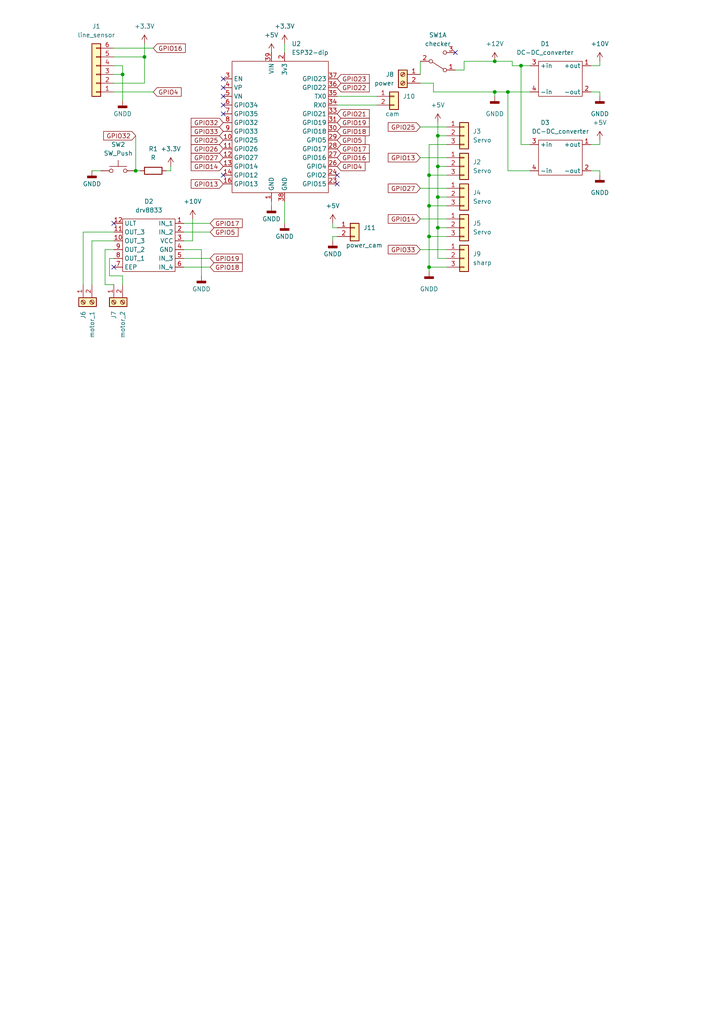
<source format=kicad_sch>
(kicad_sch (version 20211123) (generator eeschema)

  (uuid 1f5d5d82-e95f-441c-93d8-0bd6d2add908)

  (paper "A4" portrait)

  (lib_symbols
    (symbol "Connector:Screw_Terminal_01x02" (pin_names (offset 1.016) hide) (in_bom yes) (on_board yes)
      (property "Reference" "J" (id 0) (at 0 2.54 0)
        (effects (font (size 1.27 1.27)))
      )
      (property "Value" "Screw_Terminal_01x02" (id 1) (at 0 -5.08 0)
        (effects (font (size 1.27 1.27)))
      )
      (property "Footprint" "" (id 2) (at 0 0 0)
        (effects (font (size 1.27 1.27)) hide)
      )
      (property "Datasheet" "~" (id 3) (at 0 0 0)
        (effects (font (size 1.27 1.27)) hide)
      )
      (property "ki_keywords" "screw terminal" (id 4) (at 0 0 0)
        (effects (font (size 1.27 1.27)) hide)
      )
      (property "ki_description" "Generic screw terminal, single row, 01x02, script generated (kicad-library-utils/schlib/autogen/connector/)" (id 5) (at 0 0 0)
        (effects (font (size 1.27 1.27)) hide)
      )
      (property "ki_fp_filters" "TerminalBlock*:*" (id 6) (at 0 0 0)
        (effects (font (size 1.27 1.27)) hide)
      )
      (symbol "Screw_Terminal_01x02_1_1"
        (rectangle (start -1.27 1.27) (end 1.27 -3.81)
          (stroke (width 0.254) (type default) (color 0 0 0 0))
          (fill (type background))
        )
        (circle (center 0 -2.54) (radius 0.635)
          (stroke (width 0.1524) (type default) (color 0 0 0 0))
          (fill (type none))
        )
        (polyline
          (pts
            (xy -0.5334 -2.2098)
            (xy 0.3302 -3.048)
          )
          (stroke (width 0.1524) (type default) (color 0 0 0 0))
          (fill (type none))
        )
        (polyline
          (pts
            (xy -0.5334 0.3302)
            (xy 0.3302 -0.508)
          )
          (stroke (width 0.1524) (type default) (color 0 0 0 0))
          (fill (type none))
        )
        (polyline
          (pts
            (xy -0.3556 -2.032)
            (xy 0.508 -2.8702)
          )
          (stroke (width 0.1524) (type default) (color 0 0 0 0))
          (fill (type none))
        )
        (polyline
          (pts
            (xy -0.3556 0.508)
            (xy 0.508 -0.3302)
          )
          (stroke (width 0.1524) (type default) (color 0 0 0 0))
          (fill (type none))
        )
        (circle (center 0 0) (radius 0.635)
          (stroke (width 0.1524) (type default) (color 0 0 0 0))
          (fill (type none))
        )
        (pin passive line (at -5.08 0 0) (length 3.81)
          (name "Pin_1" (effects (font (size 1.27 1.27))))
          (number "1" (effects (font (size 1.27 1.27))))
        )
        (pin passive line (at -5.08 -2.54 0) (length 3.81)
          (name "Pin_2" (effects (font (size 1.27 1.27))))
          (number "2" (effects (font (size 1.27 1.27))))
        )
      )
    )
    (symbol "Connector_Generic:Conn_01x02" (pin_names (offset 1.016) hide) (in_bom yes) (on_board yes)
      (property "Reference" "J" (id 0) (at 0 2.54 0)
        (effects (font (size 1.27 1.27)))
      )
      (property "Value" "Conn_01x02" (id 1) (at 0 -5.08 0)
        (effects (font (size 1.27 1.27)))
      )
      (property "Footprint" "" (id 2) (at 0 0 0)
        (effects (font (size 1.27 1.27)) hide)
      )
      (property "Datasheet" "~" (id 3) (at 0 0 0)
        (effects (font (size 1.27 1.27)) hide)
      )
      (property "ki_keywords" "connector" (id 4) (at 0 0 0)
        (effects (font (size 1.27 1.27)) hide)
      )
      (property "ki_description" "Generic connector, single row, 01x02, script generated (kicad-library-utils/schlib/autogen/connector/)" (id 5) (at 0 0 0)
        (effects (font (size 1.27 1.27)) hide)
      )
      (property "ki_fp_filters" "Connector*:*_1x??_*" (id 6) (at 0 0 0)
        (effects (font (size 1.27 1.27)) hide)
      )
      (symbol "Conn_01x02_1_1"
        (rectangle (start -1.27 -2.413) (end 0 -2.667)
          (stroke (width 0.1524) (type default) (color 0 0 0 0))
          (fill (type none))
        )
        (rectangle (start -1.27 0.127) (end 0 -0.127)
          (stroke (width 0.1524) (type default) (color 0 0 0 0))
          (fill (type none))
        )
        (rectangle (start -1.27 1.27) (end 1.27 -3.81)
          (stroke (width 0.254) (type default) (color 0 0 0 0))
          (fill (type background))
        )
        (pin passive line (at -5.08 0 0) (length 3.81)
          (name "Pin_1" (effects (font (size 1.27 1.27))))
          (number "1" (effects (font (size 1.27 1.27))))
        )
        (pin passive line (at -5.08 -2.54 0) (length 3.81)
          (name "Pin_2" (effects (font (size 1.27 1.27))))
          (number "2" (effects (font (size 1.27 1.27))))
        )
      )
    )
    (symbol "Connector_Generic:Conn_01x03" (pin_names (offset 1.016) hide) (in_bom yes) (on_board yes)
      (property "Reference" "J" (id 0) (at 0 5.08 0)
        (effects (font (size 1.27 1.27)))
      )
      (property "Value" "Conn_01x03" (id 1) (at 0 -5.08 0)
        (effects (font (size 1.27 1.27)))
      )
      (property "Footprint" "" (id 2) (at 0 0 0)
        (effects (font (size 1.27 1.27)) hide)
      )
      (property "Datasheet" "~" (id 3) (at 0 0 0)
        (effects (font (size 1.27 1.27)) hide)
      )
      (property "ki_keywords" "connector" (id 4) (at 0 0 0)
        (effects (font (size 1.27 1.27)) hide)
      )
      (property "ki_description" "Generic connector, single row, 01x03, script generated (kicad-library-utils/schlib/autogen/connector/)" (id 5) (at 0 0 0)
        (effects (font (size 1.27 1.27)) hide)
      )
      (property "ki_fp_filters" "Connector*:*_1x??_*" (id 6) (at 0 0 0)
        (effects (font (size 1.27 1.27)) hide)
      )
      (symbol "Conn_01x03_1_1"
        (rectangle (start -1.27 -2.413) (end 0 -2.667)
          (stroke (width 0.1524) (type default) (color 0 0 0 0))
          (fill (type none))
        )
        (rectangle (start -1.27 0.127) (end 0 -0.127)
          (stroke (width 0.1524) (type default) (color 0 0 0 0))
          (fill (type none))
        )
        (rectangle (start -1.27 2.667) (end 0 2.413)
          (stroke (width 0.1524) (type default) (color 0 0 0 0))
          (fill (type none))
        )
        (rectangle (start -1.27 3.81) (end 1.27 -3.81)
          (stroke (width 0.254) (type default) (color 0 0 0 0))
          (fill (type background))
        )
        (pin passive line (at -5.08 2.54 0) (length 3.81)
          (name "Pin_1" (effects (font (size 1.27 1.27))))
          (number "1" (effects (font (size 1.27 1.27))))
        )
        (pin passive line (at -5.08 0 0) (length 3.81)
          (name "Pin_2" (effects (font (size 1.27 1.27))))
          (number "2" (effects (font (size 1.27 1.27))))
        )
        (pin passive line (at -5.08 -2.54 0) (length 3.81)
          (name "Pin_3" (effects (font (size 1.27 1.27))))
          (number "3" (effects (font (size 1.27 1.27))))
        )
      )
    )
    (symbol "Connector_Generic:Conn_01x06" (pin_names (offset 1.016) hide) (in_bom yes) (on_board yes)
      (property "Reference" "J" (id 0) (at 0 7.62 0)
        (effects (font (size 1.27 1.27)))
      )
      (property "Value" "Conn_01x06" (id 1) (at 0 -10.16 0)
        (effects (font (size 1.27 1.27)))
      )
      (property "Footprint" "" (id 2) (at 0 0 0)
        (effects (font (size 1.27 1.27)) hide)
      )
      (property "Datasheet" "~" (id 3) (at 0 0 0)
        (effects (font (size 1.27 1.27)) hide)
      )
      (property "ki_keywords" "connector" (id 4) (at 0 0 0)
        (effects (font (size 1.27 1.27)) hide)
      )
      (property "ki_description" "Generic connector, single row, 01x06, script generated (kicad-library-utils/schlib/autogen/connector/)" (id 5) (at 0 0 0)
        (effects (font (size 1.27 1.27)) hide)
      )
      (property "ki_fp_filters" "Connector*:*_1x??_*" (id 6) (at 0 0 0)
        (effects (font (size 1.27 1.27)) hide)
      )
      (symbol "Conn_01x06_1_1"
        (rectangle (start -1.27 -7.493) (end 0 -7.747)
          (stroke (width 0.1524) (type default) (color 0 0 0 0))
          (fill (type none))
        )
        (rectangle (start -1.27 -4.953) (end 0 -5.207)
          (stroke (width 0.1524) (type default) (color 0 0 0 0))
          (fill (type none))
        )
        (rectangle (start -1.27 -2.413) (end 0 -2.667)
          (stroke (width 0.1524) (type default) (color 0 0 0 0))
          (fill (type none))
        )
        (rectangle (start -1.27 0.127) (end 0 -0.127)
          (stroke (width 0.1524) (type default) (color 0 0 0 0))
          (fill (type none))
        )
        (rectangle (start -1.27 2.667) (end 0 2.413)
          (stroke (width 0.1524) (type default) (color 0 0 0 0))
          (fill (type none))
        )
        (rectangle (start -1.27 5.207) (end 0 4.953)
          (stroke (width 0.1524) (type default) (color 0 0 0 0))
          (fill (type none))
        )
        (rectangle (start -1.27 6.35) (end 1.27 -8.89)
          (stroke (width 0.254) (type default) (color 0 0 0 0))
          (fill (type background))
        )
        (pin passive line (at -5.08 5.08 0) (length 3.81)
          (name "Pin_1" (effects (font (size 1.27 1.27))))
          (number "1" (effects (font (size 1.27 1.27))))
        )
        (pin passive line (at -5.08 2.54 0) (length 3.81)
          (name "Pin_2" (effects (font (size 1.27 1.27))))
          (number "2" (effects (font (size 1.27 1.27))))
        )
        (pin passive line (at -5.08 0 0) (length 3.81)
          (name "Pin_3" (effects (font (size 1.27 1.27))))
          (number "3" (effects (font (size 1.27 1.27))))
        )
        (pin passive line (at -5.08 -2.54 0) (length 3.81)
          (name "Pin_4" (effects (font (size 1.27 1.27))))
          (number "4" (effects (font (size 1.27 1.27))))
        )
        (pin passive line (at -5.08 -5.08 0) (length 3.81)
          (name "Pin_5" (effects (font (size 1.27 1.27))))
          (number "5" (effects (font (size 1.27 1.27))))
        )
        (pin passive line (at -5.08 -7.62 0) (length 3.81)
          (name "Pin_6" (effects (font (size 1.27 1.27))))
          (number "6" (effects (font (size 1.27 1.27))))
        )
      )
    )
    (symbol "DC-DC_converter_1" (in_bom yes) (on_board yes)
      (property "Reference" "D" (id 0) (at 5.08 6.35 0)
        (effects (font (size 1.27 1.27)))
      )
      (property "Value" "DC-DC_converter_1" (id 1) (at 5.08 8.89 0)
        (effects (font (size 1.27 1.27)))
      )
      (property "Footprint" "" (id 2) (at 0 0 0)
        (effects (font (size 1.27 1.27)) hide)
      )
      (property "Datasheet" "" (id 3) (at 0 0 0)
        (effects (font (size 1.27 1.27)) hide)
      )
      (symbol "DC-DC_converter_1_0_1"
        (rectangle (start 0 0) (end 10.16 -12.7)
          (stroke (width 0) (type default) (color 0 0 0 0))
          (fill (type none))
        )
      )
      (symbol "DC-DC_converter_1_1_1"
        (pin input line (at 1.27 2.54 270) (length 2.54)
          (name "+out" (effects (font (size 1.27 1.27))))
          (number "1" (effects (font (size 1.27 1.27))))
        )
        (pin input line (at 8.89 2.54 270) (length 2.54)
          (name "-out" (effects (font (size 1.27 1.27))))
          (number "2" (effects (font (size 1.27 1.27))))
        )
        (pin input line (at 1.27 -15.24 90) (length 2.54)
          (name "+in" (effects (font (size 1.27 1.27))))
          (number "3" (effects (font (size 1.27 1.27))))
        )
        (pin input line (at 8.89 -15.24 90) (length 2.54)
          (name "-in" (effects (font (size 1.27 1.27))))
          (number "4" (effects (font (size 1.27 1.27))))
        )
      )
    )
    (symbol "Device:R" (pin_numbers hide) (pin_names (offset 0)) (in_bom yes) (on_board yes)
      (property "Reference" "R" (id 0) (at 2.032 0 90)
        (effects (font (size 1.27 1.27)))
      )
      (property "Value" "R" (id 1) (at 0 0 90)
        (effects (font (size 1.27 1.27)))
      )
      (property "Footprint" "" (id 2) (at -1.778 0 90)
        (effects (font (size 1.27 1.27)) hide)
      )
      (property "Datasheet" "~" (id 3) (at 0 0 0)
        (effects (font (size 1.27 1.27)) hide)
      )
      (property "ki_keywords" "R res resistor" (id 4) (at 0 0 0)
        (effects (font (size 1.27 1.27)) hide)
      )
      (property "ki_description" "Resistor" (id 5) (at 0 0 0)
        (effects (font (size 1.27 1.27)) hide)
      )
      (property "ki_fp_filters" "R_*" (id 6) (at 0 0 0)
        (effects (font (size 1.27 1.27)) hide)
      )
      (symbol "R_0_1"
        (rectangle (start -1.016 -2.54) (end 1.016 2.54)
          (stroke (width 0.254) (type default) (color 0 0 0 0))
          (fill (type none))
        )
      )
      (symbol "R_1_1"
        (pin passive line (at 0 3.81 270) (length 1.27)
          (name "~" (effects (font (size 1.27 1.27))))
          (number "1" (effects (font (size 1.27 1.27))))
        )
        (pin passive line (at 0 -3.81 90) (length 1.27)
          (name "~" (effects (font (size 1.27 1.27))))
          (number "2" (effects (font (size 1.27 1.27))))
        )
      )
    )
    (symbol "New_Library:drv8833" (in_bom yes) (on_board yes)
      (property "Reference" "D" (id 0) (at 7.62 17.78 0)
        (effects (font (size 1.27 1.27)))
      )
      (property "Value" "drv8833" (id 1) (at 7.62 20.32 0)
        (effects (font (size 1.27 1.27)))
      )
      (property "Footprint" "" (id 2) (at 0 0 0)
        (effects (font (size 1.27 1.27)) hide)
      )
      (property "Datasheet" "" (id 3) (at 0 0 0)
        (effects (font (size 1.27 1.27)) hide)
      )
      (symbol "drv8833_0_1"
        (rectangle (start 0 3.81) (end 15.24 19.05)
          (stroke (width 0) (type default) (color 0 0 0 0))
          (fill (type none))
        )
      )
      (symbol "drv8833_1_1"
        (pin input line (at -2.54 5.08 0) (length 2.54)
          (name "IN_1" (effects (font (size 1.27 1.27))))
          (number "1" (effects (font (size 1.27 1.27))))
        )
        (pin input line (at 17.78 10.16 180) (length 2.54)
          (name "OUT_3" (effects (font (size 1.27 1.27))))
          (number "10" (effects (font (size 1.27 1.27))))
        )
        (pin input line (at 17.78 7.62 180) (length 2.54)
          (name "OUT_3" (effects (font (size 1.27 1.27))))
          (number "11" (effects (font (size 1.27 1.27))))
        )
        (pin input line (at 17.78 5.08 180) (length 2.54)
          (name "ULT" (effects (font (size 1.27 1.27))))
          (number "12" (effects (font (size 1.27 1.27))))
        )
        (pin input line (at -2.54 7.62 0) (length 2.54)
          (name "IN_2" (effects (font (size 1.27 1.27))))
          (number "2" (effects (font (size 1.27 1.27))))
        )
        (pin input line (at -2.54 10.16 0) (length 2.54)
          (name "VCC" (effects (font (size 1.27 1.27))))
          (number "3" (effects (font (size 1.27 1.27))))
        )
        (pin input line (at -2.54 12.7 0) (length 2.54)
          (name "GND" (effects (font (size 1.27 1.27))))
          (number "4" (effects (font (size 1.27 1.27))))
        )
        (pin input line (at -2.54 15.24 0) (length 2.54)
          (name "IN_3" (effects (font (size 1.27 1.27))))
          (number "5" (effects (font (size 1.27 1.27))))
        )
        (pin input line (at -2.54 17.78 0) (length 2.54)
          (name "IN_4" (effects (font (size 1.27 1.27))))
          (number "6" (effects (font (size 1.27 1.27))))
        )
        (pin input line (at 17.78 17.78 180) (length 2.54)
          (name "EEP" (effects (font (size 1.27 1.27))))
          (number "7" (effects (font (size 1.27 1.27))))
        )
        (pin input line (at 17.78 15.24 180) (length 2.54)
          (name "OUT_1" (effects (font (size 1.27 1.27))))
          (number "8" (effects (font (size 1.27 1.27))))
        )
        (pin input line (at 17.78 12.7 180) (length 2.54)
          (name "OUT_2" (effects (font (size 1.27 1.27))))
          (number "9" (effects (font (size 1.27 1.27))))
        )
      )
    )
    (symbol "Switch:SW_DPDT_x2" (pin_names (offset 0) hide) (in_bom yes) (on_board yes)
      (property "Reference" "SW" (id 0) (at 0 4.318 0)
        (effects (font (size 1.27 1.27)))
      )
      (property "Value" "SW_DPDT_x2" (id 1) (at 0 -5.08 0)
        (effects (font (size 1.27 1.27)))
      )
      (property "Footprint" "" (id 2) (at 0 0 0)
        (effects (font (size 1.27 1.27)) hide)
      )
      (property "Datasheet" "~" (id 3) (at 0 0 0)
        (effects (font (size 1.27 1.27)) hide)
      )
      (property "ki_keywords" "switch dual-pole double-throw DPDT spdt ON-ON" (id 4) (at 0 0 0)
        (effects (font (size 1.27 1.27)) hide)
      )
      (property "ki_description" "Switch, dual pole double throw, separate symbols" (id 5) (at 0 0 0)
        (effects (font (size 1.27 1.27)) hide)
      )
      (property "ki_fp_filters" "SW*DPDT*" (id 6) (at 0 0 0)
        (effects (font (size 1.27 1.27)) hide)
      )
      (symbol "SW_DPDT_x2_0_0"
        (circle (center -2.032 0) (radius 0.508)
          (stroke (width 0) (type default) (color 0 0 0 0))
          (fill (type none))
        )
        (circle (center 2.032 -2.54) (radius 0.508)
          (stroke (width 0) (type default) (color 0 0 0 0))
          (fill (type none))
        )
      )
      (symbol "SW_DPDT_x2_0_1"
        (polyline
          (pts
            (xy -1.524 0.254)
            (xy 1.651 2.286)
          )
          (stroke (width 0) (type default) (color 0 0 0 0))
          (fill (type none))
        )
        (circle (center 2.032 2.54) (radius 0.508)
          (stroke (width 0) (type default) (color 0 0 0 0))
          (fill (type none))
        )
      )
      (symbol "SW_DPDT_x2_1_1"
        (pin passive line (at 5.08 2.54 180) (length 2.54)
          (name "A" (effects (font (size 1.27 1.27))))
          (number "1" (effects (font (size 1.27 1.27))))
        )
        (pin passive line (at -5.08 0 0) (length 2.54)
          (name "B" (effects (font (size 1.27 1.27))))
          (number "2" (effects (font (size 1.27 1.27))))
        )
        (pin passive line (at 5.08 -2.54 180) (length 2.54)
          (name "C" (effects (font (size 1.27 1.27))))
          (number "3" (effects (font (size 1.27 1.27))))
        )
      )
      (symbol "SW_DPDT_x2_2_1"
        (pin passive line (at 5.08 2.54 180) (length 2.54)
          (name "A" (effects (font (size 1.27 1.27))))
          (number "4" (effects (font (size 1.27 1.27))))
        )
        (pin passive line (at -5.08 0 0) (length 2.54)
          (name "B" (effects (font (size 1.27 1.27))))
          (number "5" (effects (font (size 1.27 1.27))))
        )
        (pin passive line (at 5.08 -2.54 180) (length 2.54)
          (name "C" (effects (font (size 1.27 1.27))))
          (number "6" (effects (font (size 1.27 1.27))))
        )
      )
    )
    (symbol "Switch:SW_Push" (pin_numbers hide) (pin_names (offset 1.016) hide) (in_bom yes) (on_board yes)
      (property "Reference" "SW" (id 0) (at 1.27 2.54 0)
        (effects (font (size 1.27 1.27)) (justify left))
      )
      (property "Value" "SW_Push" (id 1) (at 0 -1.524 0)
        (effects (font (size 1.27 1.27)))
      )
      (property "Footprint" "" (id 2) (at 0 5.08 0)
        (effects (font (size 1.27 1.27)) hide)
      )
      (property "Datasheet" "~" (id 3) (at 0 5.08 0)
        (effects (font (size 1.27 1.27)) hide)
      )
      (property "ki_keywords" "switch normally-open pushbutton push-button" (id 4) (at 0 0 0)
        (effects (font (size 1.27 1.27)) hide)
      )
      (property "ki_description" "Push button switch, generic, two pins" (id 5) (at 0 0 0)
        (effects (font (size 1.27 1.27)) hide)
      )
      (symbol "SW_Push_0_1"
        (circle (center -2.032 0) (radius 0.508)
          (stroke (width 0) (type default) (color 0 0 0 0))
          (fill (type none))
        )
        (polyline
          (pts
            (xy 0 1.27)
            (xy 0 3.048)
          )
          (stroke (width 0) (type default) (color 0 0 0 0))
          (fill (type none))
        )
        (polyline
          (pts
            (xy 2.54 1.27)
            (xy -2.54 1.27)
          )
          (stroke (width 0) (type default) (color 0 0 0 0))
          (fill (type none))
        )
        (circle (center 2.032 0) (radius 0.508)
          (stroke (width 0) (type default) (color 0 0 0 0))
          (fill (type none))
        )
        (pin passive line (at -5.08 0 0) (length 2.54)
          (name "1" (effects (font (size 1.27 1.27))))
          (number "1" (effects (font (size 1.27 1.27))))
        )
        (pin passive line (at 5.08 0 180) (length 2.54)
          (name "2" (effects (font (size 1.27 1.27))))
          (number "2" (effects (font (size 1.27 1.27))))
        )
      )
    )
    (symbol "esp32-dip:ESP32-dip" (in_bom yes) (on_board yes)
      (property "Reference" "U" (id 0) (at 10.16 5.08 0)
        (effects (font (size 1.27 1.27)))
      )
      (property "Value" "ESP32-dip" (id 1) (at 10.16 7.62 0)
        (effects (font (size 1.27 1.27)))
      )
      (property "Footprint" "" (id 2) (at 3.81 3.81 0)
        (effects (font (size 1.27 1.27)) hide)
      )
      (property "Datasheet" "" (id 3) (at 3.81 3.81 0)
        (effects (font (size 1.27 1.27)) hide)
      )
      (symbol "ESP32-dip_0_1"
        (rectangle (start 0 0) (end 27.94 -38.1)
          (stroke (width 0) (type default) (color 0 0 0 0))
          (fill (type none))
        )
      )
      (symbol "ESP32-dip_1_1"
        (pin power_in line (at 11.43 -40.64 90) (length 2.54)
          (name "GND" (effects (font (size 1.27 1.27))))
          (number "1" (effects (font (size 1.27 1.27))))
        )
        (pin input line (at -2.54 -22.86 0) (length 2.54)
          (name "GPIO25" (effects (font (size 1.27 1.27))))
          (number "10" (effects (font (size 1.27 1.27))))
        )
        (pin input line (at -2.54 -25.4 0) (length 2.54)
          (name "GPIO26" (effects (font (size 1.27 1.27))))
          (number "11" (effects (font (size 1.27 1.27))))
        )
        (pin input line (at -2.54 -27.94 0) (length 2.54)
          (name "GPIO27" (effects (font (size 1.27 1.27))))
          (number "12" (effects (font (size 1.27 1.27))))
        )
        (pin input line (at -2.54 -30.48 0) (length 2.54)
          (name "GPIO14" (effects (font (size 1.27 1.27))))
          (number "13" (effects (font (size 1.27 1.27))))
        )
        (pin input line (at -2.54 -33.02 0) (length 2.54)
          (name "GPIO12" (effects (font (size 1.27 1.27))))
          (number "14" (effects (font (size 1.27 1.27))))
        )
        (pin input line (at -2.54 -35.56 0) (length 2.54)
          (name "GPIO13" (effects (font (size 1.27 1.27))))
          (number "16" (effects (font (size 1.27 1.27))))
        )
        (pin power_in line (at 15.24 2.54 270) (length 2.54)
          (name "3v3" (effects (font (size 1.27 1.27))))
          (number "2" (effects (font (size 1.27 1.27))))
        )
        (pin input line (at 30.48 -35.56 180) (length 2.54)
          (name "GPIO15" (effects (font (size 1.27 1.27))))
          (number "23" (effects (font (size 1.27 1.27))))
        )
        (pin input line (at 30.48 -33.02 180) (length 2.54)
          (name "GPIO2" (effects (font (size 1.27 1.27))))
          (number "24" (effects (font (size 1.27 1.27))))
        )
        (pin input line (at 30.48 -30.48 180) (length 2.54)
          (name "GPIO4" (effects (font (size 1.27 1.27))))
          (number "26" (effects (font (size 1.27 1.27))))
        )
        (pin input line (at 30.48 -27.94 180) (length 2.54)
          (name "GPIO16" (effects (font (size 1.27 1.27))))
          (number "27" (effects (font (size 1.27 1.27))))
        )
        (pin input line (at 30.48 -25.4 180) (length 2.54)
          (name "GPIO17" (effects (font (size 1.27 1.27))))
          (number "28" (effects (font (size 1.27 1.27))))
        )
        (pin input line (at 30.48 -22.86 180) (length 2.54)
          (name "GPIO5" (effects (font (size 1.27 1.27))))
          (number "29" (effects (font (size 1.27 1.27))))
        )
        (pin input line (at -2.54 -5.08 0) (length 2.54)
          (name "EN" (effects (font (size 1.27 1.27))))
          (number "3" (effects (font (size 1.27 1.27))))
        )
        (pin input line (at 30.48 -20.32 180) (length 2.54)
          (name "GPIO18" (effects (font (size 1.27 1.27))))
          (number "30" (effects (font (size 1.27 1.27))))
        )
        (pin input line (at 30.48 -17.78 180) (length 2.54)
          (name "GPIO19" (effects (font (size 1.27 1.27))))
          (number "31" (effects (font (size 1.27 1.27))))
        )
        (pin input line (at 30.48 -15.24 180) (length 2.54)
          (name "GPIO21" (effects (font (size 1.27 1.27))))
          (number "33" (effects (font (size 1.27 1.27))))
        )
        (pin input line (at 30.48 -12.7 180) (length 2.54)
          (name "RX0" (effects (font (size 1.27 1.27))))
          (number "34" (effects (font (size 1.27 1.27))))
        )
        (pin input line (at 30.48 -10.16 180) (length 2.54)
          (name "TX0" (effects (font (size 1.27 1.27))))
          (number "35" (effects (font (size 1.27 1.27))))
        )
        (pin input line (at 30.48 -7.62 180) (length 2.54)
          (name "GPIO22" (effects (font (size 1.27 1.27))))
          (number "36" (effects (font (size 1.27 1.27))))
        )
        (pin input line (at 30.48 -5.08 180) (length 2.54)
          (name "GPIO23" (effects (font (size 1.27 1.27))))
          (number "37" (effects (font (size 1.27 1.27))))
        )
        (pin power_in line (at 15.24 -40.64 90) (length 2.54)
          (name "GND" (effects (font (size 1.27 1.27))))
          (number "38" (effects (font (size 1.27 1.27))))
        )
        (pin power_in line (at 11.43 2.54 270) (length 2.54)
          (name "VIN" (effects (font (size 1.27 1.27))))
          (number "39" (effects (font (size 1.27 1.27))))
        )
        (pin input line (at -2.54 -7.62 0) (length 2.54)
          (name "VP" (effects (font (size 1.27 1.27))))
          (number "4" (effects (font (size 1.27 1.27))))
        )
        (pin input line (at -2.54 -10.16 0) (length 2.54)
          (name "VN" (effects (font (size 1.27 1.27))))
          (number "5" (effects (font (size 1.27 1.27))))
        )
        (pin input line (at -2.54 -12.7 0) (length 2.54)
          (name "GPIO34" (effects (font (size 1.27 1.27))))
          (number "6" (effects (font (size 1.27 1.27))))
        )
        (pin input line (at -2.54 -15.24 0) (length 2.54)
          (name "GPIO35" (effects (font (size 1.27 1.27))))
          (number "7" (effects (font (size 1.27 1.27))))
        )
        (pin input line (at -2.54 -17.78 0) (length 2.54)
          (name "GPIO32" (effects (font (size 1.27 1.27))))
          (number "8" (effects (font (size 1.27 1.27))))
        )
        (pin input line (at -2.54 -20.32 0) (length 2.54)
          (name "GPIO33" (effects (font (size 1.27 1.27))))
          (number "9" (effects (font (size 1.27 1.27))))
        )
      )
    )
    (symbol "power:+10V" (power) (pin_names (offset 0)) (in_bom yes) (on_board yes)
      (property "Reference" "#PWR" (id 0) (at 0 -3.81 0)
        (effects (font (size 1.27 1.27)) hide)
      )
      (property "Value" "+10V" (id 1) (at 0 3.556 0)
        (effects (font (size 1.27 1.27)))
      )
      (property "Footprint" "" (id 2) (at 0 0 0)
        (effects (font (size 1.27 1.27)) hide)
      )
      (property "Datasheet" "" (id 3) (at 0 0 0)
        (effects (font (size 1.27 1.27)) hide)
      )
      (property "ki_keywords" "global power" (id 4) (at 0 0 0)
        (effects (font (size 1.27 1.27)) hide)
      )
      (property "ki_description" "Power symbol creates a global label with name \"+10V\"" (id 5) (at 0 0 0)
        (effects (font (size 1.27 1.27)) hide)
      )
      (symbol "+10V_0_1"
        (polyline
          (pts
            (xy -0.762 1.27)
            (xy 0 2.54)
          )
          (stroke (width 0) (type default) (color 0 0 0 0))
          (fill (type none))
        )
        (polyline
          (pts
            (xy 0 0)
            (xy 0 2.54)
          )
          (stroke (width 0) (type default) (color 0 0 0 0))
          (fill (type none))
        )
        (polyline
          (pts
            (xy 0 2.54)
            (xy 0.762 1.27)
          )
          (stroke (width 0) (type default) (color 0 0 0 0))
          (fill (type none))
        )
      )
      (symbol "+10V_1_1"
        (pin power_in line (at 0 0 90) (length 0) hide
          (name "+10V" (effects (font (size 1.27 1.27))))
          (number "1" (effects (font (size 1.27 1.27))))
        )
      )
    )
    (symbol "power:+12V" (power) (pin_names (offset 0)) (in_bom yes) (on_board yes)
      (property "Reference" "#PWR" (id 0) (at 0 -3.81 0)
        (effects (font (size 1.27 1.27)) hide)
      )
      (property "Value" "+12V" (id 1) (at 0 3.556 0)
        (effects (font (size 1.27 1.27)))
      )
      (property "Footprint" "" (id 2) (at 0 0 0)
        (effects (font (size 1.27 1.27)) hide)
      )
      (property "Datasheet" "" (id 3) (at 0 0 0)
        (effects (font (size 1.27 1.27)) hide)
      )
      (property "ki_keywords" "global power" (id 4) (at 0 0 0)
        (effects (font (size 1.27 1.27)) hide)
      )
      (property "ki_description" "Power symbol creates a global label with name \"+12V\"" (id 5) (at 0 0 0)
        (effects (font (size 1.27 1.27)) hide)
      )
      (symbol "+12V_0_1"
        (polyline
          (pts
            (xy -0.762 1.27)
            (xy 0 2.54)
          )
          (stroke (width 0) (type default) (color 0 0 0 0))
          (fill (type none))
        )
        (polyline
          (pts
            (xy 0 0)
            (xy 0 2.54)
          )
          (stroke (width 0) (type default) (color 0 0 0 0))
          (fill (type none))
        )
        (polyline
          (pts
            (xy 0 2.54)
            (xy 0.762 1.27)
          )
          (stroke (width 0) (type default) (color 0 0 0 0))
          (fill (type none))
        )
      )
      (symbol "+12V_1_1"
        (pin power_in line (at 0 0 90) (length 0) hide
          (name "+12V" (effects (font (size 1.27 1.27))))
          (number "1" (effects (font (size 1.27 1.27))))
        )
      )
    )
    (symbol "power:+3.3V" (power) (pin_names (offset 0)) (in_bom yes) (on_board yes)
      (property "Reference" "#PWR" (id 0) (at 0 -3.81 0)
        (effects (font (size 1.27 1.27)) hide)
      )
      (property "Value" "+3.3V" (id 1) (at 0 3.556 0)
        (effects (font (size 1.27 1.27)))
      )
      (property "Footprint" "" (id 2) (at 0 0 0)
        (effects (font (size 1.27 1.27)) hide)
      )
      (property "Datasheet" "" (id 3) (at 0 0 0)
        (effects (font (size 1.27 1.27)) hide)
      )
      (property "ki_keywords" "global power" (id 4) (at 0 0 0)
        (effects (font (size 1.27 1.27)) hide)
      )
      (property "ki_description" "Power symbol creates a global label with name \"+3.3V\"" (id 5) (at 0 0 0)
        (effects (font (size 1.27 1.27)) hide)
      )
      (symbol "+3.3V_0_1"
        (polyline
          (pts
            (xy -0.762 1.27)
            (xy 0 2.54)
          )
          (stroke (width 0) (type default) (color 0 0 0 0))
          (fill (type none))
        )
        (polyline
          (pts
            (xy 0 0)
            (xy 0 2.54)
          )
          (stroke (width 0) (type default) (color 0 0 0 0))
          (fill (type none))
        )
        (polyline
          (pts
            (xy 0 2.54)
            (xy 0.762 1.27)
          )
          (stroke (width 0) (type default) (color 0 0 0 0))
          (fill (type none))
        )
      )
      (symbol "+3.3V_1_1"
        (pin power_in line (at 0 0 90) (length 0) hide
          (name "+3.3V" (effects (font (size 1.27 1.27))))
          (number "1" (effects (font (size 1.27 1.27))))
        )
      )
    )
    (symbol "power:+5V" (power) (pin_names (offset 0)) (in_bom yes) (on_board yes)
      (property "Reference" "#PWR" (id 0) (at 0 -3.81 0)
        (effects (font (size 1.27 1.27)) hide)
      )
      (property "Value" "+5V" (id 1) (at 0 3.556 0)
        (effects (font (size 1.27 1.27)))
      )
      (property "Footprint" "" (id 2) (at 0 0 0)
        (effects (font (size 1.27 1.27)) hide)
      )
      (property "Datasheet" "" (id 3) (at 0 0 0)
        (effects (font (size 1.27 1.27)) hide)
      )
      (property "ki_keywords" "global power" (id 4) (at 0 0 0)
        (effects (font (size 1.27 1.27)) hide)
      )
      (property "ki_description" "Power symbol creates a global label with name \"+5V\"" (id 5) (at 0 0 0)
        (effects (font (size 1.27 1.27)) hide)
      )
      (symbol "+5V_0_1"
        (polyline
          (pts
            (xy -0.762 1.27)
            (xy 0 2.54)
          )
          (stroke (width 0) (type default) (color 0 0 0 0))
          (fill (type none))
        )
        (polyline
          (pts
            (xy 0 0)
            (xy 0 2.54)
          )
          (stroke (width 0) (type default) (color 0 0 0 0))
          (fill (type none))
        )
        (polyline
          (pts
            (xy 0 2.54)
            (xy 0.762 1.27)
          )
          (stroke (width 0) (type default) (color 0 0 0 0))
          (fill (type none))
        )
      )
      (symbol "+5V_1_1"
        (pin power_in line (at 0 0 90) (length 0) hide
          (name "+5V" (effects (font (size 1.27 1.27))))
          (number "1" (effects (font (size 1.27 1.27))))
        )
      )
    )
    (symbol "power:GNDD" (power) (pin_names (offset 0)) (in_bom yes) (on_board yes)
      (property "Reference" "#PWR" (id 0) (at 0 -6.35 0)
        (effects (font (size 1.27 1.27)) hide)
      )
      (property "Value" "GNDD" (id 1) (at 0 -3.175 0)
        (effects (font (size 1.27 1.27)))
      )
      (property "Footprint" "" (id 2) (at 0 0 0)
        (effects (font (size 1.27 1.27)) hide)
      )
      (property "Datasheet" "" (id 3) (at 0 0 0)
        (effects (font (size 1.27 1.27)) hide)
      )
      (property "ki_keywords" "global power" (id 4) (at 0 0 0)
        (effects (font (size 1.27 1.27)) hide)
      )
      (property "ki_description" "Power symbol creates a global label with name \"GNDD\" , digital ground" (id 5) (at 0 0 0)
        (effects (font (size 1.27 1.27)) hide)
      )
      (symbol "GNDD_0_1"
        (rectangle (start -1.27 -1.524) (end 1.27 -2.032)
          (stroke (width 0.254) (type default) (color 0 0 0 0))
          (fill (type outline))
        )
        (polyline
          (pts
            (xy 0 0)
            (xy 0 -1.524)
          )
          (stroke (width 0) (type default) (color 0 0 0 0))
          (fill (type none))
        )
      )
      (symbol "GNDD_1_1"
        (pin power_in line (at 0 0 270) (length 0) hide
          (name "GNDD" (effects (font (size 1.27 1.27))))
          (number "1" (effects (font (size 1.27 1.27))))
        )
      )
    )
  )

  (junction (at 151.13 19.05) (diameter 0) (color 0 0 0 0)
    (uuid 0e0e0f31-e5d9-437f-9d15-d083abef8dd2)
  )
  (junction (at 127 66.04) (diameter 0) (color 0 0 0 0)
    (uuid 1cd0910e-8251-43f7-b64c-efed5312786b)
  )
  (junction (at 41.91 16.51) (diameter 0) (color 0 0 0 0)
    (uuid 1fae3cfe-0e54-46b5-bb63-f0e7507bed48)
  )
  (junction (at 124.46 68.58) (diameter 0) (color 0 0 0 0)
    (uuid 2ee121e1-b4f5-45c8-b60a-f5c2859ddc2e)
  )
  (junction (at 124.46 50.8) (diameter 0) (color 0 0 0 0)
    (uuid 30ef2dbf-aacf-47c6-8e4d-1122c13b7d9a)
  )
  (junction (at 127 39.37) (diameter 0) (color 0 0 0 0)
    (uuid 3c277871-ceb2-4092-ae98-a5c88ca12f32)
  )
  (junction (at 147.32 26.67) (diameter 0) (color 0 0 0 0)
    (uuid 56d6a7e0-c43c-492d-a097-4ad40381cb1a)
  )
  (junction (at 143.51 26.67) (diameter 0) (color 0 0 0 0)
    (uuid 714fffe3-8085-4515-a9b1-d995e6039bd9)
  )
  (junction (at 143.51 17.78) (diameter 0) (color 0 0 0 0)
    (uuid 809c9fa0-ebb9-4964-84b7-cf1d65f7f050)
  )
  (junction (at 124.46 59.69) (diameter 0) (color 0 0 0 0)
    (uuid 849a4edd-76ad-4874-bbd4-348ea8430e33)
  )
  (junction (at 127 57.15) (diameter 0) (color 0 0 0 0)
    (uuid af2af182-bee7-456e-92ad-6782e0660869)
  )
  (junction (at 127 48.26) (diameter 0) (color 0 0 0 0)
    (uuid b8965549-c60d-4b6a-83e8-b21a789b70c0)
  )
  (junction (at 39.37 49.53) (diameter 0) (color 0 0 0 0)
    (uuid df242e54-f501-49dd-95c0-1b0bc50288bc)
  )
  (junction (at 35.56 21.59) (diameter 0) (color 0 0 0 0)
    (uuid e1047887-ecab-4b07-b260-1ce91e4b9d2a)
  )
  (junction (at 124.46 77.47) (diameter 0) (color 0 0 0 0)
    (uuid e2ed3862-58d0-46c6-b8f9-2687ad643f3a)
  )

  (no_connect (at 97.79 53.34) (uuid 24bb9978-8cdd-4b0d-b0ba-ca0bea6aed31))
  (no_connect (at 64.77 33.02) (uuid 2563fe8c-42ac-4f86-9953-a1f7d5508705))
  (no_connect (at 64.77 27.94) (uuid 31773bc7-f114-4401-afe4-592112ab40f8))
  (no_connect (at 97.79 50.8) (uuid 6acc7578-b41e-4802-9d0d-89e8be844933))
  (no_connect (at 64.77 22.86) (uuid 86a67c29-49c2-434c-b6e2-1ea2688956c0))
  (no_connect (at 33.02 64.77) (uuid 8a38dee7-b827-4c44-8371-72a0aa96f729))
  (no_connect (at 64.77 50.8) (uuid 9f068bdb-aa66-41fb-84f4-4a254dcd2510))
  (no_connect (at 64.77 25.4) (uuid b0a55d26-3be5-445d-926e-07cddc022796))
  (no_connect (at 132.08 15.24) (uuid d4f9adbd-f162-4433-8a6a-1e2d8916c838))
  (no_connect (at 33.02 77.47) (uuid d8b5bb44-4b11-45b1-badd-85a76aba439b))
  (no_connect (at 64.77 30.48) (uuid fefc9ce2-374d-4eb9-9805-e7adb96e03af))

  (wire (pts (xy 35.56 82.55) (xy 35.56 80.01))
    (stroke (width 0) (type default) (color 0 0 0 0))
    (uuid 00331033-8baa-4d99-ad42-162f5159809b)
  )
  (wire (pts (xy 124.46 50.8) (xy 124.46 59.69))
    (stroke (width 0) (type default) (color 0 0 0 0))
    (uuid 01126e6e-1962-4ee5-a97e-e0a6b6e680e5)
  )
  (wire (pts (xy 33.02 82.55) (xy 30.48 82.55))
    (stroke (width 0) (type default) (color 0 0 0 0))
    (uuid 08334b4c-b896-4886-99c3-4ff534b21f7d)
  )
  (wire (pts (xy 39.37 39.37) (xy 39.37 49.53))
    (stroke (width 0) (type default) (color 0 0 0 0))
    (uuid 08c08c41-82d6-4ed0-97f2-97be7ed1b521)
  )
  (wire (pts (xy 173.99 26.67) (xy 173.99 27.94))
    (stroke (width 0) (type default) (color 0 0 0 0))
    (uuid 0cac91a0-2908-4b77-9f21-1d3cb9d8bdda)
  )
  (wire (pts (xy 41.91 16.51) (xy 41.91 12.7))
    (stroke (width 0) (type default) (color 0 0 0 0))
    (uuid 1032570e-2389-44c9-b034-d811bb0e92a8)
  )
  (wire (pts (xy 129.54 41.91) (xy 124.46 41.91))
    (stroke (width 0) (type default) (color 0 0 0 0))
    (uuid 218fecd1-5b66-4aca-b248-c1fd13994651)
  )
  (wire (pts (xy 124.46 59.69) (xy 124.46 68.58))
    (stroke (width 0) (type default) (color 0 0 0 0))
    (uuid 23f19af9-9dad-4395-9e92-6c69be9c9fc4)
  )
  (wire (pts (xy 132.08 20.32) (xy 134.62 20.32))
    (stroke (width 0) (type default) (color 0 0 0 0))
    (uuid 2b467664-c29f-428c-96f9-ed970abd0c68)
  )
  (wire (pts (xy 53.34 77.47) (xy 60.96 77.47))
    (stroke (width 0) (type default) (color 0 0 0 0))
    (uuid 2fc55de2-092b-4fa0-9204-6fff8e6303cd)
  )
  (wire (pts (xy 30.48 82.55) (xy 30.48 72.39))
    (stroke (width 0) (type default) (color 0 0 0 0))
    (uuid 30265852-f317-4e5e-b525-7a898d055682)
  )
  (wire (pts (xy 127 57.15) (xy 127 66.04))
    (stroke (width 0) (type default) (color 0 0 0 0))
    (uuid 3209813e-4131-4dbd-ac24-1589900982b6)
  )
  (wire (pts (xy 129.54 48.26) (xy 127 48.26))
    (stroke (width 0) (type default) (color 0 0 0 0))
    (uuid 32ad6d82-00af-42a4-b01f-69f2bc7ead2c)
  )
  (wire (pts (xy 53.34 67.31) (xy 60.96 67.31))
    (stroke (width 0) (type default) (color 0 0 0 0))
    (uuid 349b7061-cb56-4149-b010-fb3614ebbe95)
  )
  (wire (pts (xy 31.75 80.01) (xy 31.75 74.93))
    (stroke (width 0) (type default) (color 0 0 0 0))
    (uuid 353004c4-6743-4d1f-9366-93a39fd5ca6d)
  )
  (wire (pts (xy 151.13 19.05) (xy 148.59 19.05))
    (stroke (width 0) (type default) (color 0 0 0 0))
    (uuid 35cad8c2-58f0-4046-b793-fe03aedbe477)
  )
  (wire (pts (xy 134.62 20.32) (xy 134.62 17.78))
    (stroke (width 0) (type default) (color 0 0 0 0))
    (uuid 3696c897-4fb5-4785-a7be-747b69c6fe62)
  )
  (wire (pts (xy 129.54 77.47) (xy 124.46 77.47))
    (stroke (width 0) (type default) (color 0 0 0 0))
    (uuid 394a777f-656a-4784-b683-d49f147a8204)
  )
  (wire (pts (xy 96.52 66.04) (xy 96.52 64.77))
    (stroke (width 0) (type default) (color 0 0 0 0))
    (uuid 3a4ae0a4-b50b-47c6-8022-49c269e244e8)
  )
  (wire (pts (xy 33.02 19.05) (xy 35.56 19.05))
    (stroke (width 0) (type default) (color 0 0 0 0))
    (uuid 3a682c10-aa92-4551-82d5-16e4eb88f72b)
  )
  (wire (pts (xy 35.56 80.01) (xy 31.75 80.01))
    (stroke (width 0) (type default) (color 0 0 0 0))
    (uuid 3e9ff589-d697-4f4d-a0cb-6f19a188e4e4)
  )
  (wire (pts (xy 121.92 63.5) (xy 129.54 63.5))
    (stroke (width 0) (type default) (color 0 0 0 0))
    (uuid 3f332490-994e-4d14-8072-f2c238f16cc9)
  )
  (wire (pts (xy 129.54 68.58) (xy 124.46 68.58))
    (stroke (width 0) (type default) (color 0 0 0 0))
    (uuid 3f454e4b-567a-4b8c-999c-9e11285021fc)
  )
  (wire (pts (xy 31.75 74.93) (xy 33.02 74.93))
    (stroke (width 0) (type default) (color 0 0 0 0))
    (uuid 3ffe447f-53d8-4578-b2ab-0073da19665e)
  )
  (wire (pts (xy 82.55 12.7) (xy 82.55 15.24))
    (stroke (width 0) (type default) (color 0 0 0 0))
    (uuid 4051235b-d81e-4805-a404-6a729d608c9f)
  )
  (wire (pts (xy 153.67 49.53) (xy 147.32 49.53))
    (stroke (width 0) (type default) (color 0 0 0 0))
    (uuid 4060771e-169e-41bf-a0a0-e5241735c52b)
  )
  (wire (pts (xy 39.37 49.53) (xy 40.64 49.53))
    (stroke (width 0) (type default) (color 0 0 0 0))
    (uuid 45bae770-607f-4cd3-8309-f86db438099a)
  )
  (wire (pts (xy 171.45 26.67) (xy 173.99 26.67))
    (stroke (width 0) (type default) (color 0 0 0 0))
    (uuid 4785f0d6-83a5-4975-925e-3906eaaa8ddf)
  )
  (wire (pts (xy 148.59 17.78) (xy 148.59 19.05))
    (stroke (width 0) (type default) (color 0 0 0 0))
    (uuid 4fdf3186-7173-4781-b2c4-abc2cbbe0e67)
  )
  (wire (pts (xy 171.45 19.05) (xy 173.99 19.05))
    (stroke (width 0) (type default) (color 0 0 0 0))
    (uuid 5aa787a8-3fd0-461c-9b41-504d4703f6d4)
  )
  (wire (pts (xy 121.92 45.72) (xy 129.54 45.72))
    (stroke (width 0) (type default) (color 0 0 0 0))
    (uuid 5d509643-f3c4-4a3a-96c1-79288415e532)
  )
  (wire (pts (xy 125.73 26.67) (xy 125.73 24.13))
    (stroke (width 0) (type default) (color 0 0 0 0))
    (uuid 5e8c8d26-a7de-4b91-8f06-11463aa9e802)
  )
  (wire (pts (xy 97.79 30.48) (xy 109.22 30.48))
    (stroke (width 0) (type default) (color 0 0 0 0))
    (uuid 5ee26d86-99aa-41c7-b5b9-85c3558425be)
  )
  (wire (pts (xy 129.54 50.8) (xy 124.46 50.8))
    (stroke (width 0) (type default) (color 0 0 0 0))
    (uuid 62342126-4fc9-4207-8d52-6f88071d15d5)
  )
  (wire (pts (xy 26.67 82.55) (xy 26.67 69.85))
    (stroke (width 0) (type default) (color 0 0 0 0))
    (uuid 62ec8b5a-b0a4-4bc3-b9b6-43baee49f3b0)
  )
  (wire (pts (xy 96.52 68.58) (xy 96.52 69.85))
    (stroke (width 0) (type default) (color 0 0 0 0))
    (uuid 65064118-b937-43d9-9596-855c91cbcc7b)
  )
  (wire (pts (xy 82.55 58.42) (xy 82.55 64.77))
    (stroke (width 0) (type default) (color 0 0 0 0))
    (uuid 6a3b1817-2f09-4a71-83fe-157da3baa6b5)
  )
  (wire (pts (xy 53.34 74.93) (xy 60.96 74.93))
    (stroke (width 0) (type default) (color 0 0 0 0))
    (uuid 6a9671f0-080c-441b-84f0-8f0387877e8a)
  )
  (wire (pts (xy 30.48 72.39) (xy 33.02 72.39))
    (stroke (width 0) (type default) (color 0 0 0 0))
    (uuid 6d7b405a-cbe7-4244-88a0-990782de09d8)
  )
  (wire (pts (xy 35.56 19.05) (xy 35.56 21.59))
    (stroke (width 0) (type default) (color 0 0 0 0))
    (uuid 728b7ee3-c178-4f84-8342-438e11518f88)
  )
  (wire (pts (xy 24.13 67.31) (xy 24.13 82.55))
    (stroke (width 0) (type default) (color 0 0 0 0))
    (uuid 7761de80-d9e1-4a7c-9ff4-807e8de76722)
  )
  (wire (pts (xy 171.45 41.91) (xy 173.99 41.91))
    (stroke (width 0) (type default) (color 0 0 0 0))
    (uuid 834f4ae7-0a4b-4cb1-8f23-175430c67f39)
  )
  (wire (pts (xy 97.79 68.58) (xy 96.52 68.58))
    (stroke (width 0) (type default) (color 0 0 0 0))
    (uuid 85fb70c6-1f99-4211-a17d-5e12caf18b1b)
  )
  (wire (pts (xy 129.54 59.69) (xy 124.46 59.69))
    (stroke (width 0) (type default) (color 0 0 0 0))
    (uuid 8658d4f0-197c-4544-afd3-c35983507c58)
  )
  (wire (pts (xy 148.59 17.78) (xy 143.51 17.78))
    (stroke (width 0) (type default) (color 0 0 0 0))
    (uuid 8865647c-e0bb-45ea-9167-7587d9649174)
  )
  (wire (pts (xy 173.99 19.05) (xy 173.99 17.78))
    (stroke (width 0) (type default) (color 0 0 0 0))
    (uuid 88b6fd35-f1da-4012-9ced-2aa42fd4245a)
  )
  (wire (pts (xy 125.73 24.13) (xy 121.92 24.13))
    (stroke (width 0) (type default) (color 0 0 0 0))
    (uuid 89475d19-5e39-42dd-b423-eba519c8c364)
  )
  (wire (pts (xy 58.42 72.39) (xy 53.34 72.39))
    (stroke (width 0) (type default) (color 0 0 0 0))
    (uuid 8bbbe6f0-a0d5-4cbc-ad8b-21211f8f517d)
  )
  (wire (pts (xy 143.51 27.94) (xy 143.51 26.67))
    (stroke (width 0) (type default) (color 0 0 0 0))
    (uuid 90320d92-7e07-40a3-9a44-ad5da269049b)
  )
  (wire (pts (xy 124.46 41.91) (xy 124.46 50.8))
    (stroke (width 0) (type default) (color 0 0 0 0))
    (uuid 95985c4b-ad8a-4eef-8729-ecf9a4f67625)
  )
  (wire (pts (xy 26.67 49.53) (xy 29.21 49.53))
    (stroke (width 0) (type default) (color 0 0 0 0))
    (uuid 9bee8ab7-4674-4bfc-b978-6d5a023ce0c7)
  )
  (wire (pts (xy 53.34 64.77) (xy 60.96 64.77))
    (stroke (width 0) (type default) (color 0 0 0 0))
    (uuid 9d3f453c-daed-4201-9310-7fabfb9483cc)
  )
  (wire (pts (xy 127 39.37) (xy 127 35.56))
    (stroke (width 0) (type default) (color 0 0 0 0))
    (uuid a653846f-aeed-4e43-8127-6927885d5290)
  )
  (wire (pts (xy 127 74.93) (xy 127 66.04))
    (stroke (width 0) (type default) (color 0 0 0 0))
    (uuid a6d68086-f10e-4d6a-bbf2-3dc05afc8e10)
  )
  (wire (pts (xy 78.74 58.42) (xy 78.74 59.69))
    (stroke (width 0) (type default) (color 0 0 0 0))
    (uuid a7de7801-1ac0-473e-a341-4f1e692bb1cc)
  )
  (wire (pts (xy 129.54 74.93) (xy 127 74.93))
    (stroke (width 0) (type default) (color 0 0 0 0))
    (uuid aa51b209-5a3c-4f4b-b7a5-311f2074ed7e)
  )
  (wire (pts (xy 129.54 57.15) (xy 127 57.15))
    (stroke (width 0) (type default) (color 0 0 0 0))
    (uuid ae6ce14b-6699-4ded-81a8-1f44cf03e4dc)
  )
  (wire (pts (xy 48.26 49.53) (xy 49.53 49.53))
    (stroke (width 0) (type default) (color 0 0 0 0))
    (uuid ae9150ee-48e7-4214-a7de-74b2079783cc)
  )
  (wire (pts (xy 121.92 54.61) (xy 129.54 54.61))
    (stroke (width 0) (type default) (color 0 0 0 0))
    (uuid b837e703-2f69-4032-ab35-7a56a1e5e13d)
  )
  (wire (pts (xy 143.51 26.67) (xy 147.32 26.67))
    (stroke (width 0) (type default) (color 0 0 0 0))
    (uuid babad185-239f-413a-a246-46213e19cede)
  )
  (wire (pts (xy 129.54 66.04) (xy 127 66.04))
    (stroke (width 0) (type default) (color 0 0 0 0))
    (uuid bd702a0d-543c-408a-859c-cb7a39bcdf15)
  )
  (wire (pts (xy 33.02 67.31) (xy 24.13 67.31))
    (stroke (width 0) (type default) (color 0 0 0 0))
    (uuid c05c01ba-0217-44b7-b512-87a8f80c517d)
  )
  (wire (pts (xy 147.32 26.67) (xy 153.67 26.67))
    (stroke (width 0) (type default) (color 0 0 0 0))
    (uuid c25b8dc5-113e-421d-b9d8-106e4259bb44)
  )
  (wire (pts (xy 147.32 49.53) (xy 147.32 26.67))
    (stroke (width 0) (type default) (color 0 0 0 0))
    (uuid c34af94f-3828-4139-8199-5b8424c9395d)
  )
  (wire (pts (xy 127 57.15) (xy 127 48.26))
    (stroke (width 0) (type default) (color 0 0 0 0))
    (uuid c350a415-122c-4487-bfb4-0a879658dc6f)
  )
  (wire (pts (xy 55.88 69.85) (xy 55.88 63.5))
    (stroke (width 0) (type default) (color 0 0 0 0))
    (uuid c3c5e8ab-854b-42d2-9e82-42e58a999393)
  )
  (wire (pts (xy 129.54 39.37) (xy 127 39.37))
    (stroke (width 0) (type default) (color 0 0 0 0))
    (uuid c4004a7d-5ab8-4e5a-80b9-923b32ef694c)
  )
  (wire (pts (xy 33.02 26.67) (xy 44.45 26.67))
    (stroke (width 0) (type default) (color 0 0 0 0))
    (uuid c44afadc-6ae0-4469-88d8-5f1586587c98)
  )
  (wire (pts (xy 173.99 49.53) (xy 173.99 50.8))
    (stroke (width 0) (type default) (color 0 0 0 0))
    (uuid c78be48f-af02-4b5f-8f60-e9474e91cbaa)
  )
  (wire (pts (xy 33.02 16.51) (xy 41.91 16.51))
    (stroke (width 0) (type default) (color 0 0 0 0))
    (uuid c78f4552-d07b-421a-ba60-83d57cd02a44)
  )
  (wire (pts (xy 121.92 72.39) (xy 129.54 72.39))
    (stroke (width 0) (type default) (color 0 0 0 0))
    (uuid cb17e54a-3614-4642-bf7b-4ca83cef868b)
  )
  (wire (pts (xy 35.56 21.59) (xy 35.56 29.21))
    (stroke (width 0) (type default) (color 0 0 0 0))
    (uuid cbcc48a2-ecbd-4ed6-85e9-822db869d7f9)
  )
  (wire (pts (xy 58.42 80.01) (xy 58.42 72.39))
    (stroke (width 0) (type default) (color 0 0 0 0))
    (uuid cbff84bd-2cdf-489c-a8a8-35cd24e1ae22)
  )
  (wire (pts (xy 153.67 19.05) (xy 151.13 19.05))
    (stroke (width 0) (type default) (color 0 0 0 0))
    (uuid d204366f-0516-4413-921e-b1e24cbc09d6)
  )
  (wire (pts (xy 151.13 19.05) (xy 151.13 41.91))
    (stroke (width 0) (type default) (color 0 0 0 0))
    (uuid d2678a07-5150-471c-8661-bf4a5a80ca5b)
  )
  (wire (pts (xy 53.34 69.85) (xy 55.88 69.85))
    (stroke (width 0) (type default) (color 0 0 0 0))
    (uuid d35a8895-5d45-4618-a209-d36f283a3465)
  )
  (wire (pts (xy 33.02 13.97) (xy 44.45 13.97))
    (stroke (width 0) (type default) (color 0 0 0 0))
    (uuid d4986d90-d645-4573-ad4d-7ce51fc87bc8)
  )
  (wire (pts (xy 97.79 27.94) (xy 109.22 27.94))
    (stroke (width 0) (type default) (color 0 0 0 0))
    (uuid dabad202-64a0-47d7-8490-3639e15cd2d5)
  )
  (wire (pts (xy 143.51 26.67) (xy 125.73 26.67))
    (stroke (width 0) (type default) (color 0 0 0 0))
    (uuid de16b6e5-7121-4e0f-a477-607e1252c5ff)
  )
  (wire (pts (xy 121.92 36.83) (xy 129.54 36.83))
    (stroke (width 0) (type default) (color 0 0 0 0))
    (uuid dfcdaea8-03f7-414d-a56b-73654407e357)
  )
  (wire (pts (xy 173.99 41.91) (xy 173.99 40.64))
    (stroke (width 0) (type default) (color 0 0 0 0))
    (uuid e808f531-f662-4955-9476-10600574ccff)
  )
  (wire (pts (xy 33.02 21.59) (xy 35.56 21.59))
    (stroke (width 0) (type default) (color 0 0 0 0))
    (uuid eb76bb4b-2a0d-49ed-81ee-e4e02dc98b66)
  )
  (wire (pts (xy 49.53 49.53) (xy 49.53 48.26))
    (stroke (width 0) (type default) (color 0 0 0 0))
    (uuid ed5c421a-387d-4f26-81aa-444537c22090)
  )
  (wire (pts (xy 127 39.37) (xy 127 48.26))
    (stroke (width 0) (type default) (color 0 0 0 0))
    (uuid ee6cfee8-09db-407e-851f-35ac3b30acf5)
  )
  (wire (pts (xy 121.92 21.59) (xy 121.92 17.78))
    (stroke (width 0) (type default) (color 0 0 0 0))
    (uuid f290be05-bde0-4c02-bcbb-5b79435a8353)
  )
  (wire (pts (xy 124.46 68.58) (xy 124.46 77.47))
    (stroke (width 0) (type default) (color 0 0 0 0))
    (uuid f3e1a23a-a46e-4b34-ab82-6ba1d701d6bc)
  )
  (wire (pts (xy 41.91 24.13) (xy 41.91 16.51))
    (stroke (width 0) (type default) (color 0 0 0 0))
    (uuid f3fcc243-cc49-491c-bfcd-9f547d5f8397)
  )
  (wire (pts (xy 33.02 24.13) (xy 41.91 24.13))
    (stroke (width 0) (type default) (color 0 0 0 0))
    (uuid f4fc58d6-dec3-4e1d-aa75-443a5f393ce8)
  )
  (wire (pts (xy 171.45 49.53) (xy 173.99 49.53))
    (stroke (width 0) (type default) (color 0 0 0 0))
    (uuid f8b4b76e-35de-42a0-aef1-5ddcdbdc6215)
  )
  (wire (pts (xy 26.67 69.85) (xy 33.02 69.85))
    (stroke (width 0) (type default) (color 0 0 0 0))
    (uuid f9a451b2-4924-44ea-b3ba-1db333ccc6ed)
  )
  (wire (pts (xy 97.79 66.04) (xy 96.52 66.04))
    (stroke (width 0) (type default) (color 0 0 0 0))
    (uuid fb15b92e-1019-49c3-b6e7-cea78ef3d532)
  )
  (wire (pts (xy 153.67 41.91) (xy 151.13 41.91))
    (stroke (width 0) (type default) (color 0 0 0 0))
    (uuid fc05f7b0-c963-4c61-99d7-8a55ec9d194d)
  )
  (wire (pts (xy 134.62 17.78) (xy 143.51 17.78))
    (stroke (width 0) (type default) (color 0 0 0 0))
    (uuid fc577308-ec5e-4e83-861d-81f9f9875625)
  )
  (wire (pts (xy 124.46 77.47) (xy 124.46 78.74))
    (stroke (width 0) (type default) (color 0 0 0 0))
    (uuid ff5096bd-583d-446c-b323-b42dc52be1ac)
  )

  (global_label "GPIO25" (shape input) (at 121.92 36.83 180) (fields_autoplaced)
    (effects (font (size 1.27 1.27)) (justify right))
    (uuid 229ffab6-ffef-4fb3-8c6c-56f974f00158)
    (property "Intersheet References" "${INTERSHEET_REFS}" (id 0) (at 112.6126 36.7506 0)
      (effects (font (size 1.27 1.27)) (justify right) hide)
    )
  )
  (global_label "GPIO5" (shape input) (at 60.96 67.31 0) (fields_autoplaced)
    (effects (font (size 1.27 1.27)) (justify left))
    (uuid 33b6f82b-0d99-4fef-87a9-81cf690fbf24)
    (property "Intersheet References" "${INTERSHEET_REFS}" (id 0) (at 69.0579 67.2306 0)
      (effects (font (size 1.27 1.27)) (justify left) hide)
    )
  )
  (global_label "GPIO21" (shape input) (at 97.79 33.02 0) (fields_autoplaced)
    (effects (font (size 1.27 1.27)) (justify left))
    (uuid 599ac3b4-6c36-4402-a753-e2b5e2ac3cfa)
    (property "Intersheet References" "${INTERSHEET_REFS}" (id 0) (at 107.0974 32.9406 0)
      (effects (font (size 1.27 1.27)) (justify left) hide)
    )
  )
  (global_label "GPIO16" (shape input) (at 44.45 13.97 0) (fields_autoplaced)
    (effects (font (size 1.27 1.27)) (justify left))
    (uuid 5c80f464-4741-465d-96a2-4b59a413023b)
    (property "Intersheet References" "${INTERSHEET_REFS}" (id 0) (at 53.7574 13.8906 0)
      (effects (font (size 1.27 1.27)) (justify left) hide)
    )
  )
  (global_label "GPIO33" (shape input) (at 64.77 38.1 180) (fields_autoplaced)
    (effects (font (size 1.27 1.27)) (justify right))
    (uuid 5d4ed631-8335-4bb6-ace1-aff265d28df9)
    (property "Intersheet References" "${INTERSHEET_REFS}" (id 0) (at 55.4626 38.0206 0)
      (effects (font (size 1.27 1.27)) (justify right) hide)
    )
  )
  (global_label "GPIO17" (shape input) (at 60.96 64.77 0) (fields_autoplaced)
    (effects (font (size 1.27 1.27)) (justify left))
    (uuid 62f53107-7b69-4f2b-b8ea-5776230ad719)
    (property "Intersheet References" "${INTERSHEET_REFS}" (id 0) (at 70.2674 64.6906 0)
      (effects (font (size 1.27 1.27)) (justify left) hide)
    )
  )
  (global_label "GPIO27" (shape input) (at 121.92 54.61 180) (fields_autoplaced)
    (effects (font (size 1.27 1.27)) (justify right))
    (uuid 7499d15c-00b8-45aa-8267-581803c2eab3)
    (property "Intersheet References" "${INTERSHEET_REFS}" (id 0) (at 112.6126 54.5306 0)
      (effects (font (size 1.27 1.27)) (justify right) hide)
    )
  )
  (global_label "GPIO23" (shape input) (at 97.79 22.86 0) (fields_autoplaced)
    (effects (font (size 1.27 1.27)) (justify left))
    (uuid 7506f139-5586-4bbd-92f9-452dd90a59ff)
    (property "Intersheet References" "${INTERSHEET_REFS}" (id 0) (at 107.0974 22.7806 0)
      (effects (font (size 1.27 1.27)) (justify left) hide)
    )
  )
  (global_label "GPIO4" (shape input) (at 44.45 26.67 0) (fields_autoplaced)
    (effects (font (size 1.27 1.27)) (justify left))
    (uuid 76a03859-1181-4420-8dc0-7af82ba74d11)
    (property "Intersheet References" "${INTERSHEET_REFS}" (id 0) (at 52.5479 26.5906 0)
      (effects (font (size 1.27 1.27)) (justify left) hide)
    )
  )
  (global_label "GPIO26" (shape input) (at 64.77 43.18 180) (fields_autoplaced)
    (effects (font (size 1.27 1.27)) (justify right))
    (uuid 804215a5-0222-430f-8530-53c665f66a80)
    (property "Intersheet References" "${INTERSHEET_REFS}" (id 0) (at 55.4626 43.1006 0)
      (effects (font (size 1.27 1.27)) (justify right) hide)
    )
  )
  (global_label "GPIO14" (shape input) (at 64.77 48.26 180) (fields_autoplaced)
    (effects (font (size 1.27 1.27)) (justify right))
    (uuid 984f659c-7a01-43ce-809f-dc7d2f06a8e3)
    (property "Intersheet References" "${INTERSHEET_REFS}" (id 0) (at 55.4626 48.1806 0)
      (effects (font (size 1.27 1.27)) (justify right) hide)
    )
  )
  (global_label "GPIO25" (shape input) (at 64.77 40.64 180) (fields_autoplaced)
    (effects (font (size 1.27 1.27)) (justify right))
    (uuid af64b8da-10b0-4672-b69d-15a34006b88d)
    (property "Intersheet References" "${INTERSHEET_REFS}" (id 0) (at 55.4626 40.5606 0)
      (effects (font (size 1.27 1.27)) (justify right) hide)
    )
  )
  (global_label "GPIO13" (shape input) (at 64.77 53.34 180) (fields_autoplaced)
    (effects (font (size 1.27 1.27)) (justify right))
    (uuid aff16e5f-7e59-4aa9-9ba8-3faedf0b1a0a)
    (property "Intersheet References" "${INTERSHEET_REFS}" (id 0) (at 55.4626 53.2606 0)
      (effects (font (size 1.27 1.27)) (justify right) hide)
    )
  )
  (global_label "GPIO33" (shape input) (at 121.92 72.39 180) (fields_autoplaced)
    (effects (font (size 1.27 1.27)) (justify right))
    (uuid b733455c-6f05-4002-a453-ac6d2955477d)
    (property "Intersheet References" "${INTERSHEET_REFS}" (id 0) (at 112.6126 72.3106 0)
      (effects (font (size 1.27 1.27)) (justify right) hide)
    )
  )
  (global_label "GPIO17" (shape input) (at 97.79 43.18 0) (fields_autoplaced)
    (effects (font (size 1.27 1.27)) (justify left))
    (uuid ba8f3925-0cfe-4fcb-9e1d-ce3fefd38d6b)
    (property "Intersheet References" "${INTERSHEET_REFS}" (id 0) (at 107.0974 43.1006 0)
      (effects (font (size 1.27 1.27)) (justify left) hide)
    )
  )
  (global_label "GPIO22" (shape input) (at 97.79 25.4 0) (fields_autoplaced)
    (effects (font (size 1.27 1.27)) (justify left))
    (uuid bfd6e37a-0ea7-44df-aa62-1f62af100614)
    (property "Intersheet References" "${INTERSHEET_REFS}" (id 0) (at 107.0974 25.3206 0)
      (effects (font (size 1.27 1.27)) (justify left) hide)
    )
  )
  (global_label "GPIO13" (shape input) (at 121.92 45.72 180) (fields_autoplaced)
    (effects (font (size 1.27 1.27)) (justify right))
    (uuid c6774fa5-cae4-4bd7-8c98-e592fe4c2bdb)
    (property "Intersheet References" "${INTERSHEET_REFS}" (id 0) (at 112.6126 45.6406 0)
      (effects (font (size 1.27 1.27)) (justify right) hide)
    )
  )
  (global_label "GPIO32" (shape input) (at 39.37 39.37 180) (fields_autoplaced)
    (effects (font (size 1.27 1.27)) (justify right))
    (uuid c9a0b661-c8a6-4c6b-ad4c-5100608f0e57)
    (property "Intersheet References" "${INTERSHEET_REFS}" (id 0) (at 30.0626 39.2906 0)
      (effects (font (size 1.27 1.27)) (justify right) hide)
    )
  )
  (global_label "GPIO27" (shape input) (at 64.77 45.72 180) (fields_autoplaced)
    (effects (font (size 1.27 1.27)) (justify right))
    (uuid cd55beeb-544d-4e89-aa90-4eab4edf3326)
    (property "Intersheet References" "${INTERSHEET_REFS}" (id 0) (at 55.4626 45.6406 0)
      (effects (font (size 1.27 1.27)) (justify right) hide)
    )
  )
  (global_label "GPIO5" (shape input) (at 97.79 40.64 0) (fields_autoplaced)
    (effects (font (size 1.27 1.27)) (justify left))
    (uuid d2349f5b-83dd-4c8c-b035-131614372963)
    (property "Intersheet References" "${INTERSHEET_REFS}" (id 0) (at 105.8879 40.5606 0)
      (effects (font (size 1.27 1.27)) (justify left) hide)
    )
  )
  (global_label "GPIO32" (shape input) (at 64.77 35.56 180) (fields_autoplaced)
    (effects (font (size 1.27 1.27)) (justify right))
    (uuid d2d297ce-110c-406d-afbc-c538b842b8f2)
    (property "Intersheet References" "${INTERSHEET_REFS}" (id 0) (at 55.4626 35.4806 0)
      (effects (font (size 1.27 1.27)) (justify right) hide)
    )
  )
  (global_label "GPIO19" (shape input) (at 97.79 35.56 0) (fields_autoplaced)
    (effects (font (size 1.27 1.27)) (justify left))
    (uuid d4bf7b1f-4c38-4142-bc4f-c5dc3b10e444)
    (property "Intersheet References" "${INTERSHEET_REFS}" (id 0) (at 107.0974 35.4806 0)
      (effects (font (size 1.27 1.27)) (justify left) hide)
    )
  )
  (global_label "GPIO18" (shape input) (at 97.79 38.1 0) (fields_autoplaced)
    (effects (font (size 1.27 1.27)) (justify left))
    (uuid dad4eba9-f40b-4619-9833-ff0454262fec)
    (property "Intersheet References" "${INTERSHEET_REFS}" (id 0) (at 107.0974 38.0206 0)
      (effects (font (size 1.27 1.27)) (justify left) hide)
    )
  )
  (global_label "GPIO4" (shape input) (at 97.79 48.26 0) (fields_autoplaced)
    (effects (font (size 1.27 1.27)) (justify left))
    (uuid dc61426b-886c-4a77-915f-46ce5ae52663)
    (property "Intersheet References" "${INTERSHEET_REFS}" (id 0) (at 105.8879 48.1806 0)
      (effects (font (size 1.27 1.27)) (justify left) hide)
    )
  )
  (global_label "GPIO16" (shape input) (at 97.79 45.72 0) (fields_autoplaced)
    (effects (font (size 1.27 1.27)) (justify left))
    (uuid dd4c061d-bef0-47dc-8938-e067cd5a20b4)
    (property "Intersheet References" "${INTERSHEET_REFS}" (id 0) (at 107.0974 45.6406 0)
      (effects (font (size 1.27 1.27)) (justify left) hide)
    )
  )
  (global_label "GPIO14" (shape input) (at 121.92 63.5 180) (fields_autoplaced)
    (effects (font (size 1.27 1.27)) (justify right))
    (uuid ec3b3b2f-93b4-4a80-a1e5-6fead9dde191)
    (property "Intersheet References" "${INTERSHEET_REFS}" (id 0) (at 112.6126 63.4206 0)
      (effects (font (size 1.27 1.27)) (justify right) hide)
    )
  )
  (global_label "GPIO18" (shape input) (at 60.96 77.47 0) (fields_autoplaced)
    (effects (font (size 1.27 1.27)) (justify left))
    (uuid f2f69360-0e44-4bbd-a6ea-2016ca30ba3a)
    (property "Intersheet References" "${INTERSHEET_REFS}" (id 0) (at 70.2674 77.3906 0)
      (effects (font (size 1.27 1.27)) (justify left) hide)
    )
  )
  (global_label "GPIO19" (shape input) (at 60.96 74.93 0) (fields_autoplaced)
    (effects (font (size 1.27 1.27)) (justify left))
    (uuid f935486a-7014-49f5-839a-e22a0de1a806)
    (property "Intersheet References" "${INTERSHEET_REFS}" (id 0) (at 70.2674 74.8506 0)
      (effects (font (size 1.27 1.27)) (justify left) hide)
    )
  )

  (symbol (lib_id "power:+3.3V") (at 41.91 12.7 0) (unit 1)
    (in_bom yes) (on_board yes) (fields_autoplaced)
    (uuid 076e2b1d-df06-4533-8ec9-95ec48522f54)
    (property "Reference" "#PWR0107" (id 0) (at 41.91 16.51 0)
      (effects (font (size 1.27 1.27)) hide)
    )
    (property "Value" "+3.3V" (id 1) (at 41.91 7.62 0))
    (property "Footprint" "" (id 2) (at 41.91 12.7 0)
      (effects (font (size 1.27 1.27)) hide)
    )
    (property "Datasheet" "" (id 3) (at 41.91 12.7 0)
      (effects (font (size 1.27 1.27)) hide)
    )
    (pin "1" (uuid 8084a720-de3b-4966-b3ae-8923c40b7750))
  )

  (symbol (lib_id "power:GNDD") (at 96.52 69.85 0) (unit 1)
    (in_bom yes) (on_board yes)
    (uuid 0860bc29-c14f-49e0-91f3-5ac6f64396bb)
    (property "Reference" "#PWR0116" (id 0) (at 96.52 76.2 0)
      (effects (font (size 1.27 1.27)) hide)
    )
    (property "Value" "GNDD" (id 1) (at 96.52 73.66 0))
    (property "Footprint" "" (id 2) (at 96.52 69.85 0)
      (effects (font (size 1.27 1.27)) hide)
    )
    (property "Datasheet" "" (id 3) (at 96.52 69.85 0)
      (effects (font (size 1.27 1.27)) hide)
    )
    (pin "1" (uuid 72346015-8135-40d6-93f1-a179913fb781))
  )

  (symbol (lib_id "power:+5V") (at 78.74 15.24 0) (unit 1)
    (in_bom yes) (on_board yes) (fields_autoplaced)
    (uuid 1fe0c7ac-64ac-447d-a8eb-b4cee51bb7bc)
    (property "Reference" "#PWR0110" (id 0) (at 78.74 19.05 0)
      (effects (font (size 1.27 1.27)) hide)
    )
    (property "Value" "+5V" (id 1) (at 78.74 10.16 0))
    (property "Footprint" "" (id 2) (at 78.74 15.24 0)
      (effects (font (size 1.27 1.27)) hide)
    )
    (property "Datasheet" "" (id 3) (at 78.74 15.24 0)
      (effects (font (size 1.27 1.27)) hide)
    )
    (pin "1" (uuid 185d47ce-feab-4dfd-90cb-184324674149))
  )

  (symbol (lib_id "Device:R") (at 44.45 49.53 90) (unit 1)
    (in_bom yes) (on_board yes) (fields_autoplaced)
    (uuid 343732f4-8ecb-4d13-9a02-49dbf006451c)
    (property "Reference" "R1" (id 0) (at 44.45 43.18 90))
    (property "Value" "R" (id 1) (at 44.45 45.72 90))
    (property "Footprint" "Resistor_THT:R_Axial_DIN0207_L6.3mm_D2.5mm_P10.16mm_Horizontal" (id 2) (at 44.45 51.308 90)
      (effects (font (size 1.27 1.27)) hide)
    )
    (property "Datasheet" "~" (id 3) (at 44.45 49.53 0)
      (effects (font (size 1.27 1.27)) hide)
    )
    (pin "1" (uuid 0b06d856-9b10-4c5e-a07a-c710235516c9))
    (pin "2" (uuid 23401037-490c-4146-9aa1-6e3c4c000252))
  )

  (symbol (lib_id "power:+5V") (at 173.99 40.64 0) (unit 1)
    (in_bom yes) (on_board yes) (fields_autoplaced)
    (uuid 3c2980d6-362c-432f-81a2-c242b143257d)
    (property "Reference" "#PWR0114" (id 0) (at 173.99 44.45 0)
      (effects (font (size 1.27 1.27)) hide)
    )
    (property "Value" "+5V" (id 1) (at 173.99 35.56 0))
    (property "Footprint" "" (id 2) (at 173.99 40.64 0)
      (effects (font (size 1.27 1.27)) hide)
    )
    (property "Datasheet" "" (id 3) (at 173.99 40.64 0)
      (effects (font (size 1.27 1.27)) hide)
    )
    (pin "1" (uuid f5242fd4-8de0-497f-858b-a24b08bed804))
  )

  (symbol (lib_id "power:GNDD") (at 35.56 29.21 0) (unit 1)
    (in_bom yes) (on_board yes)
    (uuid 3e05bbf5-bc9f-4bd4-a012-383e1e3f09d8)
    (property "Reference" "#PWR0105" (id 0) (at 35.56 35.56 0)
      (effects (font (size 1.27 1.27)) hide)
    )
    (property "Value" "GNDD" (id 1) (at 35.56 33.02 0))
    (property "Footprint" "" (id 2) (at 35.56 29.21 0)
      (effects (font (size 1.27 1.27)) hide)
    )
    (property "Datasheet" "" (id 3) (at 35.56 29.21 0)
      (effects (font (size 1.27 1.27)) hide)
    )
    (pin "1" (uuid 8f97c148-13e0-44b9-8136-553f9d3fca1c))
  )

  (symbol (lib_id "Connector:Screw_Terminal_01x02") (at 116.84 21.59 0) (mirror y) (unit 1)
    (in_bom yes) (on_board yes)
    (uuid 418e22a8-6207-48fa-b237-703a5fcd2191)
    (property "Reference" "J8" (id 0) (at 114.3 21.5899 0)
      (effects (font (size 1.27 1.27)) (justify left))
    )
    (property "Value" "power" (id 1) (at 114.3 24.13 0)
      (effects (font (size 1.27 1.27)) (justify left))
    )
    (property "Footprint" "TerminalBlock:TerminalBlock_bornier-2_P5.08mm" (id 2) (at 116.84 21.59 0)
      (effects (font (size 1.27 1.27)) hide)
    )
    (property "Datasheet" "~" (id 3) (at 116.84 21.59 0)
      (effects (font (size 1.27 1.27)) hide)
    )
    (pin "1" (uuid dc47c75b-e792-440b-a4d9-2bbf19b66830))
    (pin "2" (uuid db0e7622-748e-49e2-9c35-e954d0c05704))
  )

  (symbol (lib_id "power:GNDD") (at 58.42 80.01 0) (unit 1)
    (in_bom yes) (on_board yes)
    (uuid 435ca09b-da47-48e4-b0ad-6f5b9dfb6af5)
    (property "Reference" "#PWR0103" (id 0) (at 58.42 86.36 0)
      (effects (font (size 1.27 1.27)) hide)
    )
    (property "Value" "GNDD" (id 1) (at 58.42 83.82 0))
    (property "Footprint" "" (id 2) (at 58.42 80.01 0)
      (effects (font (size 1.27 1.27)) hide)
    )
    (property "Datasheet" "" (id 3) (at 58.42 80.01 0)
      (effects (font (size 1.27 1.27)) hide)
    )
    (pin "1" (uuid a336b99c-b3af-4e63-9ae1-d70ce9bccfa4))
  )

  (symbol (lib_id "power:+12V") (at 143.51 17.78 0) (mirror y) (unit 1)
    (in_bom yes) (on_board yes) (fields_autoplaced)
    (uuid 469b05a3-4a49-4724-a995-cd2f1779fa6d)
    (property "Reference" "#PWR0112" (id 0) (at 143.51 21.59 0)
      (effects (font (size 1.27 1.27)) hide)
    )
    (property "Value" "+12V" (id 1) (at 143.51 12.7 0))
    (property "Footprint" "" (id 2) (at 143.51 17.78 0)
      (effects (font (size 1.27 1.27)) hide)
    )
    (property "Datasheet" "" (id 3) (at 143.51 17.78 0)
      (effects (font (size 1.27 1.27)) hide)
    )
    (pin "1" (uuid 11f3de45-34d5-4990-8cb8-4b46d7d3df88))
  )

  (symbol (lib_id "power:+3.3V") (at 82.55 12.7 0) (unit 1)
    (in_bom yes) (on_board yes) (fields_autoplaced)
    (uuid 4878970d-756e-4308-a794-fbd5b476f348)
    (property "Reference" "#PWR0109" (id 0) (at 82.55 16.51 0)
      (effects (font (size 1.27 1.27)) hide)
    )
    (property "Value" "+3.3V" (id 1) (at 82.55 7.62 0))
    (property "Footprint" "" (id 2) (at 82.55 12.7 0)
      (effects (font (size 1.27 1.27)) hide)
    )
    (property "Datasheet" "" (id 3) (at 82.55 12.7 0)
      (effects (font (size 1.27 1.27)) hide)
    )
    (pin "1" (uuid 884ecd0d-8ba2-451a-9f82-2d740659938a))
  )

  (symbol (lib_id "Switch:SW_Push") (at 34.29 49.53 0) (unit 1)
    (in_bom yes) (on_board yes) (fields_autoplaced)
    (uuid 4954b66c-3117-4b1f-b3fa-75d04f269891)
    (property "Reference" "SW2" (id 0) (at 34.29 41.91 0))
    (property "Value" "SW_Push" (id 1) (at 34.29 44.45 0))
    (property "Footprint" "Button_Switch_THT:SW_PUSH-12mm" (id 2) (at 34.29 44.45 0)
      (effects (font (size 1.27 1.27)) hide)
    )
    (property "Datasheet" "~" (id 3) (at 34.29 44.45 0)
      (effects (font (size 1.27 1.27)) hide)
    )
    (pin "1" (uuid 80a88c8c-5578-4a1f-a49b-f4fd2656144b))
    (pin "2" (uuid 82d571a6-b16a-4334-98b2-c238992963e0))
  )

  (symbol (lib_name "DC-DC_converter_1") (lib_id "DC-DC converter:DC-DC_converter") (at 168.91 17.78 270) (unit 1)
    (in_bom yes) (on_board yes) (fields_autoplaced)
    (uuid 4ad63b1c-1294-45a1-b3d1-a3ef6a2af8d0)
    (property "Reference" "D1" (id 0) (at 158.115 12.7 90))
    (property "Value" "DC-DC_converter" (id 1) (at 158.115 15.24 90))
    (property "Footprint" "Library_posad:mini560" (id 2) (at 168.91 17.78 0)
      (effects (font (size 1.27 1.27)) hide)
    )
    (property "Datasheet" "" (id 3) (at 168.91 17.78 0)
      (effects (font (size 1.27 1.27)) hide)
    )
    (pin "1" (uuid 91da0b18-ec5e-43aa-ac85-916500aeee73))
    (pin "2" (uuid b5ef2819-2067-4eb8-8055-8c0615fd0b3d))
    (pin "3" (uuid 23d1d5a4-ee06-4b6c-a013-bf25d83d9519))
    (pin "4" (uuid c674412c-8f86-4177-be5e-782c2042feb2))
  )

  (symbol (lib_id "power:GNDD") (at 173.99 27.94 0) (mirror y) (unit 1)
    (in_bom yes) (on_board yes)
    (uuid 5886af7a-f0cc-4d80-ae97-f03f6a752ee9)
    (property "Reference" "#PWR0117" (id 0) (at 173.99 34.29 0)
      (effects (font (size 1.27 1.27)) hide)
    )
    (property "Value" "GNDD" (id 1) (at 173.99 33.02 0))
    (property "Footprint" "" (id 2) (at 173.99 27.94 0)
      (effects (font (size 1.27 1.27)) hide)
    )
    (property "Datasheet" "" (id 3) (at 173.99 27.94 0)
      (effects (font (size 1.27 1.27)) hide)
    )
    (pin "1" (uuid 3c37c525-259d-4a4e-bcb3-43afa88a32bb))
  )

  (symbol (lib_id "Connector:Screw_Terminal_01x02") (at 33.02 87.63 90) (mirror x) (unit 1)
    (in_bom yes) (on_board yes)
    (uuid 5cb53cad-9ebf-4b9b-8060-a47f2d57a02b)
    (property "Reference" "J7" (id 0) (at 33.0199 90.17 0)
      (effects (font (size 1.27 1.27)) (justify left))
    )
    (property "Value" "motor_2" (id 1) (at 35.56 90.17 0)
      (effects (font (size 1.27 1.27)) (justify left))
    )
    (property "Footprint" "TerminalBlock:TerminalBlock_bornier-2_P5.08mm" (id 2) (at 33.02 87.63 0)
      (effects (font (size 1.27 1.27)) hide)
    )
    (property "Datasheet" "~" (id 3) (at 33.02 87.63 0)
      (effects (font (size 1.27 1.27)) hide)
    )
    (pin "1" (uuid ba9f1c86-a886-499e-9364-5da7a6c0c1bd))
    (pin "2" (uuid f660189e-5ee0-433e-b988-e82cccabe89d))
  )

  (symbol (lib_id "Switch:SW_DPDT_x2") (at 127 17.78 0) (mirror x) (unit 1)
    (in_bom yes) (on_board yes) (fields_autoplaced)
    (uuid 78ac8a56-4702-4bdf-afaa-0091ab8998d6)
    (property "Reference" "SW1" (id 0) (at 127 10.16 0))
    (property "Value" "checker" (id 1) (at 127 12.7 0))
    (property "Footprint" "Connector_PinSocket_2.54mm:PinSocket_1x02_P2.54mm_Vertical" (id 2) (at 127 17.78 0)
      (effects (font (size 1.27 1.27)) hide)
    )
    (property "Datasheet" "~" (id 3) (at 127 17.78 0)
      (effects (font (size 1.27 1.27)) hide)
    )
    (pin "1" (uuid b2f4f7dc-d4ba-44fc-a905-9802abd294e6))
    (pin "2" (uuid f3274cdf-7d52-477d-8e82-4930d3a9bac6))
    (pin "3" (uuid 1eaa4d79-a7f2-4661-bf72-1f9390a6129a))
    (pin "4" (uuid 6417c634-18b0-47a2-b01a-d3db2084e772))
    (pin "5" (uuid 71639aed-7c13-451f-949a-3668c37e67b7))
    (pin "6" (uuid 7f01ab36-f51e-45a6-8ba7-b2f6f6ce85fd))
  )

  (symbol (lib_id "power:GNDD") (at 173.99 50.8 0) (mirror y) (unit 1)
    (in_bom yes) (on_board yes)
    (uuid 78ff9ad4-2e85-468d-a808-fc97dc0840d5)
    (property "Reference" "#PWR0115" (id 0) (at 173.99 57.15 0)
      (effects (font (size 1.27 1.27)) hide)
    )
    (property "Value" "GNDD" (id 1) (at 173.99 55.88 0))
    (property "Footprint" "" (id 2) (at 173.99 50.8 0)
      (effects (font (size 1.27 1.27)) hide)
    )
    (property "Datasheet" "" (id 3) (at 173.99 50.8 0)
      (effects (font (size 1.27 1.27)) hide)
    )
    (pin "1" (uuid 23eab16a-19d4-4ad6-b58b-0da55af5f1f5))
  )

  (symbol (lib_id "power:GNDD") (at 82.55 64.77 0) (unit 1)
    (in_bom yes) (on_board yes)
    (uuid 7c8c7db1-d44e-4f2f-a086-ebd36ee810f9)
    (property "Reference" "#PWR0101" (id 0) (at 82.55 71.12 0)
      (effects (font (size 1.27 1.27)) hide)
    )
    (property "Value" "GNDD" (id 1) (at 82.55 68.58 0))
    (property "Footprint" "" (id 2) (at 82.55 64.77 0)
      (effects (font (size 1.27 1.27)) hide)
    )
    (property "Datasheet" "" (id 3) (at 82.55 64.77 0)
      (effects (font (size 1.27 1.27)) hide)
    )
    (pin "1" (uuid 60b12fda-93c4-4c0b-98bc-0de24f56babf))
  )

  (symbol (lib_id "power:+3.3V") (at 49.53 48.26 0) (unit 1)
    (in_bom yes) (on_board yes) (fields_autoplaced)
    (uuid 89e028ae-d2d1-43aa-b0dc-b6049889d973)
    (property "Reference" "#PWR0104" (id 0) (at 49.53 52.07 0)
      (effects (font (size 1.27 1.27)) hide)
    )
    (property "Value" "+3.3V" (id 1) (at 49.53 43.18 0))
    (property "Footprint" "" (id 2) (at 49.53 48.26 0)
      (effects (font (size 1.27 1.27)) hide)
    )
    (property "Datasheet" "" (id 3) (at 49.53 48.26 0)
      (effects (font (size 1.27 1.27)) hide)
    )
    (pin "1" (uuid ccc25eb0-f2a9-438b-bc67-a0c2336f47c6))
  )

  (symbol (lib_id "New_Library:drv8833") (at 50.8 59.69 180) (unit 1)
    (in_bom yes) (on_board yes) (fields_autoplaced)
    (uuid 8ce2062b-87fa-4a8f-b1a0-788378654976)
    (property "Reference" "D2" (id 0) (at 43.18 58.42 0))
    (property "Value" "drv8833" (id 1) (at 43.18 60.96 0))
    (property "Footprint" "Library_posad:drv8833" (id 2) (at 50.8 59.69 0)
      (effects (font (size 1.27 1.27)) hide)
    )
    (property "Datasheet" "" (id 3) (at 50.8 59.69 0)
      (effects (font (size 1.27 1.27)) hide)
    )
    (pin "1" (uuid bf54b784-e0dd-4f56-a7ce-cb60746f220b))
    (pin "10" (uuid c1f1a701-62e0-4d61-9d34-9ce9ce5e78c0))
    (pin "11" (uuid 953f24de-3529-4ef8-94d4-ff0eee9b6ccb))
    (pin "12" (uuid 46b2a640-6047-4e6e-9971-245355e73277))
    (pin "2" (uuid dbc543d4-e491-490e-90e8-d80846cebc77))
    (pin "3" (uuid 75276cb2-8bf3-47ba-a84c-b5e73b42c9cd))
    (pin "4" (uuid ea59f5c2-e3f7-4007-9d6f-bc3d4473a3fc))
    (pin "5" (uuid eb2e3e14-86ca-436e-b44f-d6fc86f9e9f8))
    (pin "6" (uuid 982750a6-8f6d-4bc8-808f-bd74b2e131d2))
    (pin "7" (uuid ca600f89-b900-4b5c-a7d7-7669e0034d37))
    (pin "8" (uuid 7a28fe6a-a74b-42c9-9ea2-8fd67902f309))
    (pin "9" (uuid 0e5a2064-0982-4aef-aabb-f040451005aa))
  )

  (symbol (lib_id "Connector_Generic:Conn_01x06") (at 27.94 21.59 180) (unit 1)
    (in_bom yes) (on_board yes) (fields_autoplaced)
    (uuid 92d00a1b-c858-4062-8ed2-561587619d5f)
    (property "Reference" "J1" (id 0) (at 27.94 7.62 0))
    (property "Value" "line_sensor" (id 1) (at 27.94 10.16 0))
    (property "Footprint" "Connector_PinHeader_2.54mm:PinHeader_1x06_P2.54mm_Vertical" (id 2) (at 27.94 21.59 0)
      (effects (font (size 1.27 1.27)) hide)
    )
    (property "Datasheet" "~" (id 3) (at 27.94 21.59 0)
      (effects (font (size 1.27 1.27)) hide)
    )
    (pin "1" (uuid c9e1de6d-3049-4fe6-af83-aabe99146fb8))
    (pin "2" (uuid 03babbaa-03e7-47b5-a34d-7463a31fcd86))
    (pin "3" (uuid 5b94dc43-52ac-4bf7-b26e-ee28355e7173))
    (pin "4" (uuid f5bfa951-5daa-454e-ac4e-30893eb9d7fd))
    (pin "5" (uuid 3a27f4c0-b18c-40f1-af91-bb0eae706344))
    (pin "6" (uuid 2dde3c6d-f0e1-4339-a388-b5f908fb6a40))
  )

  (symbol (lib_id "Connector_Generic:Conn_01x03") (at 134.62 57.15 0) (unit 1)
    (in_bom yes) (on_board yes) (fields_autoplaced)
    (uuid 9cb099a8-7e48-436e-8154-7aeaf6a14b34)
    (property "Reference" "J4" (id 0) (at 137.16 55.8799 0)
      (effects (font (size 1.27 1.27)) (justify left))
    )
    (property "Value" "Servo" (id 1) (at 137.16 58.4199 0)
      (effects (font (size 1.27 1.27)) (justify left))
    )
    (property "Footprint" "Connector_PinHeader_2.54mm:PinHeader_1x03_P2.54mm_Vertical" (id 2) (at 134.62 57.15 0)
      (effects (font (size 1.27 1.27)) hide)
    )
    (property "Datasheet" "~" (id 3) (at 134.62 57.15 0)
      (effects (font (size 1.27 1.27)) hide)
    )
    (pin "1" (uuid 92f81444-19f6-4243-a47a-4f40198cc4a6))
    (pin "2" (uuid 94405553-bf14-4e00-bdd9-8a3ea7f7555e))
    (pin "3" (uuid 146ebc6e-83e2-4aea-9ad3-a6d11fb4c0d8))
  )

  (symbol (lib_id "power:+10V") (at 55.88 63.5 0) (unit 1)
    (in_bom yes) (on_board yes) (fields_autoplaced)
    (uuid 9f6493a1-cc96-4edf-b7dc-dfbd97189592)
    (property "Reference" "#PWR0106" (id 0) (at 55.88 67.31 0)
      (effects (font (size 1.27 1.27)) hide)
    )
    (property "Value" "+10V" (id 1) (at 55.88 58.42 0))
    (property "Footprint" "" (id 2) (at 55.88 63.5 0)
      (effects (font (size 1.27 1.27)) hide)
    )
    (property "Datasheet" "" (id 3) (at 55.88 63.5 0)
      (effects (font (size 1.27 1.27)) hide)
    )
    (pin "1" (uuid 04020daa-1b27-4a01-b6c7-024e8e6b1b47))
  )

  (symbol (lib_id "Connector_Generic:Conn_01x02") (at 102.87 66.04 0) (unit 1)
    (in_bom yes) (on_board yes)
    (uuid a660f8cf-61a4-4535-a538-bf3a7001fd47)
    (property "Reference" "J11" (id 0) (at 105.41 66.0399 0)
      (effects (font (size 1.27 1.27)) (justify left))
    )
    (property "Value" "power_cam" (id 1) (at 100.33 71.12 0)
      (effects (font (size 1.27 1.27)) (justify left))
    )
    (property "Footprint" "Connector_PinHeader_2.54mm:PinHeader_1x02_P2.54mm_Vertical" (id 2) (at 102.87 66.04 0)
      (effects (font (size 1.27 1.27)) hide)
    )
    (property "Datasheet" "~" (id 3) (at 102.87 66.04 0)
      (effects (font (size 1.27 1.27)) hide)
    )
    (pin "1" (uuid d0090f0b-6311-4cd0-8d0b-05bdd31f0a3f))
    (pin "2" (uuid a85bac02-2b97-4d58-ad21-acffcaea2a38))
  )

  (symbol (lib_id "power:GNDD") (at 124.46 78.74 0) (unit 1)
    (in_bom yes) (on_board yes) (fields_autoplaced)
    (uuid a904313e-e45e-4f90-ab8d-0082af8d6376)
    (property "Reference" "#PWR0113" (id 0) (at 124.46 85.09 0)
      (effects (font (size 1.27 1.27)) hide)
    )
    (property "Value" "GNDD" (id 1) (at 124.46 83.82 0))
    (property "Footprint" "" (id 2) (at 124.46 78.74 0)
      (effects (font (size 1.27 1.27)) hide)
    )
    (property "Datasheet" "" (id 3) (at 124.46 78.74 0)
      (effects (font (size 1.27 1.27)) hide)
    )
    (pin "1" (uuid f02c4657-19e8-4dda-8de2-9a5416e339b9))
  )

  (symbol (lib_id "power:+5V") (at 127 35.56 0) (unit 1)
    (in_bom yes) (on_board yes) (fields_autoplaced)
    (uuid a9e4417b-4e08-492d-b32d-718f460161a3)
    (property "Reference" "#PWR0134" (id 0) (at 127 39.37 0)
      (effects (font (size 1.27 1.27)) hide)
    )
    (property "Value" "+5V" (id 1) (at 127 30.48 0))
    (property "Footprint" "" (id 2) (at 127 35.56 0)
      (effects (font (size 1.27 1.27)) hide)
    )
    (property "Datasheet" "" (id 3) (at 127 35.56 0)
      (effects (font (size 1.27 1.27)) hide)
    )
    (pin "1" (uuid b3a6800b-96a1-4797-96c4-190df6efdfb8))
  )

  (symbol (lib_id "power:GNDD") (at 143.51 27.94 0) (mirror y) (unit 1)
    (in_bom yes) (on_board yes) (fields_autoplaced)
    (uuid aca9dbe2-8d73-4715-8d44-ef4a937777b3)
    (property "Reference" "#PWR0120" (id 0) (at 143.51 34.29 0)
      (effects (font (size 1.27 1.27)) hide)
    )
    (property "Value" "GNDD" (id 1) (at 143.51 33.02 0))
    (property "Footprint" "" (id 2) (at 143.51 27.94 0)
      (effects (font (size 1.27 1.27)) hide)
    )
    (property "Datasheet" "" (id 3) (at 143.51 27.94 0)
      (effects (font (size 1.27 1.27)) hide)
    )
    (pin "1" (uuid a4dbecd7-dccd-4ed1-9396-d36969bad29b))
  )

  (symbol (lib_id "esp32-dip:ESP32-dip") (at 67.31 17.78 0) (unit 1)
    (in_bom yes) (on_board yes) (fields_autoplaced)
    (uuid ba4fc046-fdd6-452b-8160-1016c605b508)
    (property "Reference" "U2" (id 0) (at 84.5694 12.7 0)
      (effects (font (size 1.27 1.27)) (justify left))
    )
    (property "Value" "ESP32-dip" (id 1) (at 84.5694 15.24 0)
      (effects (font (size 1.27 1.27)) (justify left))
    )
    (property "Footprint" "posad_esp:posad_esp" (id 2) (at 71.12 13.97 0)
      (effects (font (size 1.27 1.27)) hide)
    )
    (property "Datasheet" "" (id 3) (at 71.12 13.97 0)
      (effects (font (size 1.27 1.27)) hide)
    )
    (pin "1" (uuid 304c5a1f-82bd-4ec5-a8a5-b55f29851d73))
    (pin "10" (uuid 1e675dbe-b9fd-44cb-b6f7-0170febd1e6e))
    (pin "11" (uuid 1944950a-5a11-46df-b912-5611b44ae385))
    (pin "12" (uuid 1d98f507-87a0-4176-a923-38bc04f8b375))
    (pin "13" (uuid 402aec2e-0a1f-47aa-8046-e2c0e755be8b))
    (pin "14" (uuid 5532cdf9-e949-40c2-89df-84b5b77f996e))
    (pin "16" (uuid 0f05e80c-3ba8-4a10-89ea-bb670f775041))
    (pin "2" (uuid 036ef22c-f0b9-40be-8264-ad5e121465c9))
    (pin "23" (uuid 474455e5-384b-4579-b305-8eab95b759b4))
    (pin "24" (uuid 85595522-09c2-4a14-b068-c6ce3c069313))
    (pin "26" (uuid 466d5d3d-c6c1-401e-9652-57a96b1edf68))
    (pin "27" (uuid f931fc8e-d3bf-49e0-a13f-616ea51008af))
    (pin "28" (uuid eea138e1-e7a0-4ebc-86b6-677bf02e7703))
    (pin "29" (uuid 871be343-1e98-4702-a680-7ae830c5449a))
    (pin "3" (uuid 6a760bda-cbc8-413e-b214-01f1f52066ec))
    (pin "30" (uuid 1f9e715c-c570-4908-98e9-6c2dd4c5ca79))
    (pin "31" (uuid 5c6f3831-010a-4133-8e12-33a0f19a80b4))
    (pin "33" (uuid a1ed4d88-479d-416f-958c-b40173f20289))
    (pin "34" (uuid 7966f9c4-4c5e-4f03-a9b7-ad09166bddd5))
    (pin "35" (uuid fedd3725-3881-4b77-85be-ba7c245a80bf))
    (pin "36" (uuid a379d5f7-260f-459e-9e1b-45683d10c66e))
    (pin "37" (uuid 616ac681-30dd-48f8-8771-93271f039ae1))
    (pin "38" (uuid 264c6aef-ae26-4031-aebd-3100a22eeb76))
    (pin "39" (uuid d64e18c2-5179-4b51-b51a-ab4d872d0745))
    (pin "4" (uuid 7eb2fea7-6c16-48cd-9c4c-214f0fc7d709))
    (pin "5" (uuid 49558209-2c23-4167-aa51-0f1ed84170d7))
    (pin "6" (uuid 12d25185-2960-4c22-a063-d262c026ca9f))
    (pin "7" (uuid 2882673c-4336-42d7-adb1-6cb09f7d0f21))
    (pin "8" (uuid 33b573f6-6fa5-4da8-bd74-1e8281a70ddd))
    (pin "9" (uuid 5274ba75-4825-48a3-bbfe-108ac299ebe8))
  )

  (symbol (lib_id "Connector_Generic:Conn_01x03") (at 134.62 74.93 0) (unit 1)
    (in_bom yes) (on_board yes) (fields_autoplaced)
    (uuid be9d11ed-357b-43ef-aaaa-a4f760355b00)
    (property "Reference" "J9" (id 0) (at 137.16 73.6599 0)
      (effects (font (size 1.27 1.27)) (justify left))
    )
    (property "Value" "sharp" (id 1) (at 137.16 76.1999 0)
      (effects (font (size 1.27 1.27)) (justify left))
    )
    (property "Footprint" "Connector_PinHeader_2.54mm:PinHeader_1x03_P2.54mm_Vertical" (id 2) (at 134.62 74.93 0)
      (effects (font (size 1.27 1.27)) hide)
    )
    (property "Datasheet" "~" (id 3) (at 134.62 74.93 0)
      (effects (font (size 1.27 1.27)) hide)
    )
    (pin "1" (uuid 671108ca-344d-46a7-bbd8-05593a473bf5))
    (pin "2" (uuid 746da756-fec9-4ea0-be07-6639fc6a22cb))
    (pin "3" (uuid 2eb76256-a228-4217-a3d8-85a23ca333ce))
  )

  (symbol (lib_id "Connector_Generic:Conn_01x03") (at 134.62 48.26 0) (unit 1)
    (in_bom yes) (on_board yes) (fields_autoplaced)
    (uuid c080b2a5-d2db-4262-8c92-797f1ddfd081)
    (property "Reference" "J2" (id 0) (at 137.16 46.9899 0)
      (effects (font (size 1.27 1.27)) (justify left))
    )
    (property "Value" "Servo" (id 1) (at 137.16 49.5299 0)
      (effects (font (size 1.27 1.27)) (justify left))
    )
    (property "Footprint" "Connector_PinHeader_2.54mm:PinHeader_1x03_P2.54mm_Vertical" (id 2) (at 134.62 48.26 0)
      (effects (font (size 1.27 1.27)) hide)
    )
    (property "Datasheet" "~" (id 3) (at 134.62 48.26 0)
      (effects (font (size 1.27 1.27)) hide)
    )
    (pin "1" (uuid 6cce7773-c8ab-48f4-92ff-3d01b4f7b1f8))
    (pin "2" (uuid 3e2a697c-39ab-456d-a1c9-4bc7517c9c93))
    (pin "3" (uuid 74fe674a-a6e2-4bfa-8fc0-fdc5186cf6b4))
  )

  (symbol (lib_name "DC-DC_converter_1") (lib_id "DC-DC converter:DC-DC_converter") (at 168.91 40.64 270) (unit 1)
    (in_bom yes) (on_board yes)
    (uuid c5572e10-8b2f-4fbc-ab37-dcc47b47d765)
    (property "Reference" "D3" (id 0) (at 158.115 35.56 90))
    (property "Value" "DC-DC_converter" (id 1) (at 162.56 38.1 90))
    (property "Footprint" "Library_posad:mini560" (id 2) (at 168.91 40.64 0)
      (effects (font (size 1.27 1.27)) hide)
    )
    (property "Datasheet" "" (id 3) (at 168.91 40.64 0)
      (effects (font (size 1.27 1.27)) hide)
    )
    (pin "1" (uuid 360b7641-3efd-4feb-b36a-f7fd6ddf308f))
    (pin "2" (uuid 1051a172-0a3e-4ef5-b25c-464b3bac1546))
    (pin "3" (uuid 0db52f8b-fe4e-418c-99cc-b78f219163db))
    (pin "4" (uuid 88732fa7-1e19-42e1-a04b-cd67712a54ed))
  )

  (symbol (lib_id "Connector_Generic:Conn_01x02") (at 114.3 27.94 0) (unit 1)
    (in_bom yes) (on_board yes)
    (uuid c796a33a-b08f-45ff-8e53-d076524051d5)
    (property "Reference" "J10" (id 0) (at 116.84 27.9399 0)
      (effects (font (size 1.27 1.27)) (justify left))
    )
    (property "Value" "cam" (id 1) (at 111.76 33.02 0)
      (effects (font (size 1.27 1.27)) (justify left))
    )
    (property "Footprint" "Connector_PinHeader_2.54mm:PinHeader_1x02_P2.54mm_Vertical" (id 2) (at 114.3 27.94 0)
      (effects (font (size 1.27 1.27)) hide)
    )
    (property "Datasheet" "~" (id 3) (at 114.3 27.94 0)
      (effects (font (size 1.27 1.27)) hide)
    )
    (pin "1" (uuid 42af3c89-f39f-4dbc-a175-20397213b5ea))
    (pin "2" (uuid 172ef47f-917e-4b9a-a014-c59380931ea4))
  )

  (symbol (lib_id "power:GNDD") (at 78.74 59.69 0) (unit 1)
    (in_bom yes) (on_board yes)
    (uuid c836a668-00d1-44ac-8cbc-a2da6df7c1f3)
    (property "Reference" "#PWR0102" (id 0) (at 78.74 66.04 0)
      (effects (font (size 1.27 1.27)) hide)
    )
    (property "Value" "GNDD" (id 1) (at 78.74 63.5 0))
    (property "Footprint" "" (id 2) (at 78.74 59.69 0)
      (effects (font (size 1.27 1.27)) hide)
    )
    (property "Datasheet" "" (id 3) (at 78.74 59.69 0)
      (effects (font (size 1.27 1.27)) hide)
    )
    (pin "1" (uuid 5057abf3-a85b-4533-b973-21dbab3474d9))
  )

  (symbol (lib_id "Connector:Screw_Terminal_01x02") (at 24.13 87.63 90) (mirror x) (unit 1)
    (in_bom yes) (on_board yes)
    (uuid ca5aa5be-90d3-4cbb-b6d5-54b9a657edf9)
    (property "Reference" "J6" (id 0) (at 24.1299 90.17 0)
      (effects (font (size 1.27 1.27)) (justify left))
    )
    (property "Value" "motor_1" (id 1) (at 26.67 90.17 0)
      (effects (font (size 1.27 1.27)) (justify left))
    )
    (property "Footprint" "TerminalBlock:TerminalBlock_bornier-2_P5.08mm" (id 2) (at 24.13 87.63 0)
      (effects (font (size 1.27 1.27)) hide)
    )
    (property "Datasheet" "~" (id 3) (at 24.13 87.63 0)
      (effects (font (size 1.27 1.27)) hide)
    )
    (pin "1" (uuid 7729669e-6fa5-429b-a0cd-71063c5c8d22))
    (pin "2" (uuid 32910001-5db1-4917-a5a3-26c19fca8443))
  )

  (symbol (lib_id "power:+10V") (at 173.99 17.78 0) (unit 1)
    (in_bom yes) (on_board yes) (fields_autoplaced)
    (uuid d6c76ed3-21c3-44cb-85f7-b1d7cc8130c2)
    (property "Reference" "#PWR0111" (id 0) (at 173.99 21.59 0)
      (effects (font (size 1.27 1.27)) hide)
    )
    (property "Value" "+10V" (id 1) (at 173.99 12.7 0))
    (property "Footprint" "" (id 2) (at 173.99 17.78 0)
      (effects (font (size 1.27 1.27)) hide)
    )
    (property "Datasheet" "" (id 3) (at 173.99 17.78 0)
      (effects (font (size 1.27 1.27)) hide)
    )
    (pin "1" (uuid 22a40103-bf3c-43fc-9c2b-f36c2d750a43))
  )

  (symbol (lib_id "Connector_Generic:Conn_01x03") (at 134.62 39.37 0) (unit 1)
    (in_bom yes) (on_board yes) (fields_autoplaced)
    (uuid e0ef96d4-3af6-463b-9008-c10a003d6241)
    (property "Reference" "J3" (id 0) (at 137.16 38.0999 0)
      (effects (font (size 1.27 1.27)) (justify left))
    )
    (property "Value" "Servo" (id 1) (at 137.16 40.6399 0)
      (effects (font (size 1.27 1.27)) (justify left))
    )
    (property "Footprint" "Connector_PinHeader_2.54mm:PinHeader_1x03_P2.54mm_Vertical" (id 2) (at 134.62 39.37 0)
      (effects (font (size 1.27 1.27)) hide)
    )
    (property "Datasheet" "~" (id 3) (at 134.62 39.37 0)
      (effects (font (size 1.27 1.27)) hide)
    )
    (pin "1" (uuid c93c9d81-e08d-4694-9c2e-ec4a7af6d377))
    (pin "2" (uuid 5f230fd5-d14b-4cb6-8174-45c968ab54b9))
    (pin "3" (uuid a46ca1b1-34cb-460f-96cf-edede4824077))
  )

  (symbol (lib_id "Connector_Generic:Conn_01x03") (at 134.62 66.04 0) (unit 1)
    (in_bom yes) (on_board yes) (fields_autoplaced)
    (uuid e2aea216-9640-453d-a33f-8acde68b272a)
    (property "Reference" "J5" (id 0) (at 137.16 64.7699 0)
      (effects (font (size 1.27 1.27)) (justify left))
    )
    (property "Value" "Servo" (id 1) (at 137.16 67.3099 0)
      (effects (font (size 1.27 1.27)) (justify left))
    )
    (property "Footprint" "Connector_PinHeader_2.54mm:PinHeader_1x03_P2.54mm_Vertical" (id 2) (at 134.62 66.04 0)
      (effects (font (size 1.27 1.27)) hide)
    )
    (property "Datasheet" "~" (id 3) (at 134.62 66.04 0)
      (effects (font (size 1.27 1.27)) hide)
    )
    (pin "1" (uuid 59aea3ec-1016-4b7e-a4f1-f7577dbcf922))
    (pin "2" (uuid ba16ef9b-678d-472e-8fda-e8248fe72a2e))
    (pin "3" (uuid 001765ed-1518-4d10-95c6-71e7f61a7324))
  )

  (symbol (lib_id "power:GNDD") (at 26.67 49.53 0) (unit 1)
    (in_bom yes) (on_board yes)
    (uuid f02de127-6d66-412d-8d68-adda76de0d28)
    (property "Reference" "#PWR0108" (id 0) (at 26.67 55.88 0)
      (effects (font (size 1.27 1.27)) hide)
    )
    (property "Value" "GNDD" (id 1) (at 26.67 53.34 0))
    (property "Footprint" "" (id 2) (at 26.67 49.53 0)
      (effects (font (size 1.27 1.27)) hide)
    )
    (property "Datasheet" "" (id 3) (at 26.67 49.53 0)
      (effects (font (size 1.27 1.27)) hide)
    )
    (pin "1" (uuid f33bd1a3-17e1-4615-b886-8b6144524cb6))
  )

  (symbol (lib_id "power:+5V") (at 96.52 64.77 0) (unit 1)
    (in_bom yes) (on_board yes) (fields_autoplaced)
    (uuid f856f8f0-5ee6-4542-9dbe-297112fe00ad)
    (property "Reference" "#PWR0118" (id 0) (at 96.52 68.58 0)
      (effects (font (size 1.27 1.27)) hide)
    )
    (property "Value" "+5V" (id 1) (at 96.52 59.69 0))
    (property "Footprint" "" (id 2) (at 96.52 64.77 0)
      (effects (font (size 1.27 1.27)) hide)
    )
    (property "Datasheet" "" (id 3) (at 96.52 64.77 0)
      (effects (font (size 1.27 1.27)) hide)
    )
    (pin "1" (uuid ec07f0fc-126a-4d01-82c2-9f78d6825074))
  )

  (sheet_instances
    (path "/" (page "1"))
  )

  (symbol_instances
    (path "/7c8c7db1-d44e-4f2f-a086-ebd36ee810f9"
      (reference "#PWR0101") (unit 1) (value "GNDD") (footprint "")
    )
    (path "/c836a668-00d1-44ac-8cbc-a2da6df7c1f3"
      (reference "#PWR0102") (unit 1) (value "GNDD") (footprint "")
    )
    (path "/435ca09b-da47-48e4-b0ad-6f5b9dfb6af5"
      (reference "#PWR0103") (unit 1) (value "GNDD") (footprint "")
    )
    (path "/89e028ae-d2d1-43aa-b0dc-b6049889d973"
      (reference "#PWR0104") (unit 1) (value "+3.3V") (footprint "")
    )
    (path "/3e05bbf5-bc9f-4bd4-a012-383e1e3f09d8"
      (reference "#PWR0105") (unit 1) (value "GNDD") (footprint "")
    )
    (path "/9f6493a1-cc96-4edf-b7dc-dfbd97189592"
      (reference "#PWR0106") (unit 1) (value "+10V") (footprint "")
    )
    (path "/076e2b1d-df06-4533-8ec9-95ec48522f54"
      (reference "#PWR0107") (unit 1) (value "+3.3V") (footprint "")
    )
    (path "/f02de127-6d66-412d-8d68-adda76de0d28"
      (reference "#PWR0108") (unit 1) (value "GNDD") (footprint "")
    )
    (path "/4878970d-756e-4308-a794-fbd5b476f348"
      (reference "#PWR0109") (unit 1) (value "+3.3V") (footprint "")
    )
    (path "/1fe0c7ac-64ac-447d-a8eb-b4cee51bb7bc"
      (reference "#PWR0110") (unit 1) (value "+5V") (footprint "")
    )
    (path "/d6c76ed3-21c3-44cb-85f7-b1d7cc8130c2"
      (reference "#PWR0111") (unit 1) (value "+10V") (footprint "")
    )
    (path "/469b05a3-4a49-4724-a995-cd2f1779fa6d"
      (reference "#PWR0112") (unit 1) (value "+12V") (footprint "")
    )
    (path "/a904313e-e45e-4f90-ab8d-0082af8d6376"
      (reference "#PWR0113") (unit 1) (value "GNDD") (footprint "")
    )
    (path "/3c2980d6-362c-432f-81a2-c242b143257d"
      (reference "#PWR0114") (unit 1) (value "+5V") (footprint "")
    )
    (path "/78ff9ad4-2e85-468d-a808-fc97dc0840d5"
      (reference "#PWR0115") (unit 1) (value "GNDD") (footprint "")
    )
    (path "/0860bc29-c14f-49e0-91f3-5ac6f64396bb"
      (reference "#PWR0116") (unit 1) (value "GNDD") (footprint "")
    )
    (path "/5886af7a-f0cc-4d80-ae97-f03f6a752ee9"
      (reference "#PWR0117") (unit 1) (value "GNDD") (footprint "")
    )
    (path "/f856f8f0-5ee6-4542-9dbe-297112fe00ad"
      (reference "#PWR0118") (unit 1) (value "+5V") (footprint "")
    )
    (path "/aca9dbe2-8d73-4715-8d44-ef4a937777b3"
      (reference "#PWR0120") (unit 1) (value "GNDD") (footprint "")
    )
    (path "/a9e4417b-4e08-492d-b32d-718f460161a3"
      (reference "#PWR0134") (unit 1) (value "+5V") (footprint "")
    )
    (path "/4ad63b1c-1294-45a1-b3d1-a3ef6a2af8d0"
      (reference "D1") (unit 1) (value "DC-DC_converter") (footprint "Library_posad:mini560")
    )
    (path "/8ce2062b-87fa-4a8f-b1a0-788378654976"
      (reference "D2") (unit 1) (value "drv8833") (footprint "Library_posad:drv8833")
    )
    (path "/c5572e10-8b2f-4fbc-ab37-dcc47b47d765"
      (reference "D3") (unit 1) (value "DC-DC_converter") (footprint "Library_posad:mini560")
    )
    (path "/92d00a1b-c858-4062-8ed2-561587619d5f"
      (reference "J1") (unit 1) (value "line_sensor") (footprint "Connector_PinHeader_2.54mm:PinHeader_1x06_P2.54mm_Vertical")
    )
    (path "/c080b2a5-d2db-4262-8c92-797f1ddfd081"
      (reference "J2") (unit 1) (value "Servo") (footprint "Connector_PinHeader_2.54mm:PinHeader_1x03_P2.54mm_Vertical")
    )
    (path "/e0ef96d4-3af6-463b-9008-c10a003d6241"
      (reference "J3") (unit 1) (value "Servo") (footprint "Connector_PinHeader_2.54mm:PinHeader_1x03_P2.54mm_Vertical")
    )
    (path "/9cb099a8-7e48-436e-8154-7aeaf6a14b34"
      (reference "J4") (unit 1) (value "Servo") (footprint "Connector_PinHeader_2.54mm:PinHeader_1x03_P2.54mm_Vertical")
    )
    (path "/e2aea216-9640-453d-a33f-8acde68b272a"
      (reference "J5") (unit 1) (value "Servo") (footprint "Connector_PinHeader_2.54mm:PinHeader_1x03_P2.54mm_Vertical")
    )
    (path "/ca5aa5be-90d3-4cbb-b6d5-54b9a657edf9"
      (reference "J6") (unit 1) (value "motor_1") (footprint "TerminalBlock:TerminalBlock_bornier-2_P5.08mm")
    )
    (path "/5cb53cad-9ebf-4b9b-8060-a47f2d57a02b"
      (reference "J7") (unit 1) (value "motor_2") (footprint "TerminalBlock:TerminalBlock_bornier-2_P5.08mm")
    )
    (path "/418e22a8-6207-48fa-b237-703a5fcd2191"
      (reference "J8") (unit 1) (value "power") (footprint "TerminalBlock:TerminalBlock_bornier-2_P5.08mm")
    )
    (path "/be9d11ed-357b-43ef-aaaa-a4f760355b00"
      (reference "J9") (unit 1) (value "sharp") (footprint "Connector_PinHeader_2.54mm:PinHeader_1x03_P2.54mm_Vertical")
    )
    (path "/c796a33a-b08f-45ff-8e53-d076524051d5"
      (reference "J10") (unit 1) (value "cam") (footprint "Connector_PinHeader_2.54mm:PinHeader_1x02_P2.54mm_Vertical")
    )
    (path "/a660f8cf-61a4-4535-a538-bf3a7001fd47"
      (reference "J11") (unit 1) (value "power_cam") (footprint "Connector_PinHeader_2.54mm:PinHeader_1x02_P2.54mm_Vertical")
    )
    (path "/343732f4-8ecb-4d13-9a02-49dbf006451c"
      (reference "R1") (unit 1) (value "R") (footprint "Resistor_THT:R_Axial_DIN0207_L6.3mm_D2.5mm_P10.16mm_Horizontal")
    )
    (path "/78ac8a56-4702-4bdf-afaa-0091ab8998d6"
      (reference "SW1") (unit 1) (value "checker") (footprint "Connector_PinSocket_2.54mm:PinSocket_1x02_P2.54mm_Vertical")
    )
    (path "/4954b66c-3117-4b1f-b3fa-75d04f269891"
      (reference "SW2") (unit 1) (value "SW_Push") (footprint "Button_Switch_THT:SW_PUSH-12mm")
    )
    (path "/ba4fc046-fdd6-452b-8160-1016c605b508"
      (reference "U2") (unit 1) (value "ESP32-dip") (footprint "posad_esp:posad_esp")
    )
  )
)

</source>
